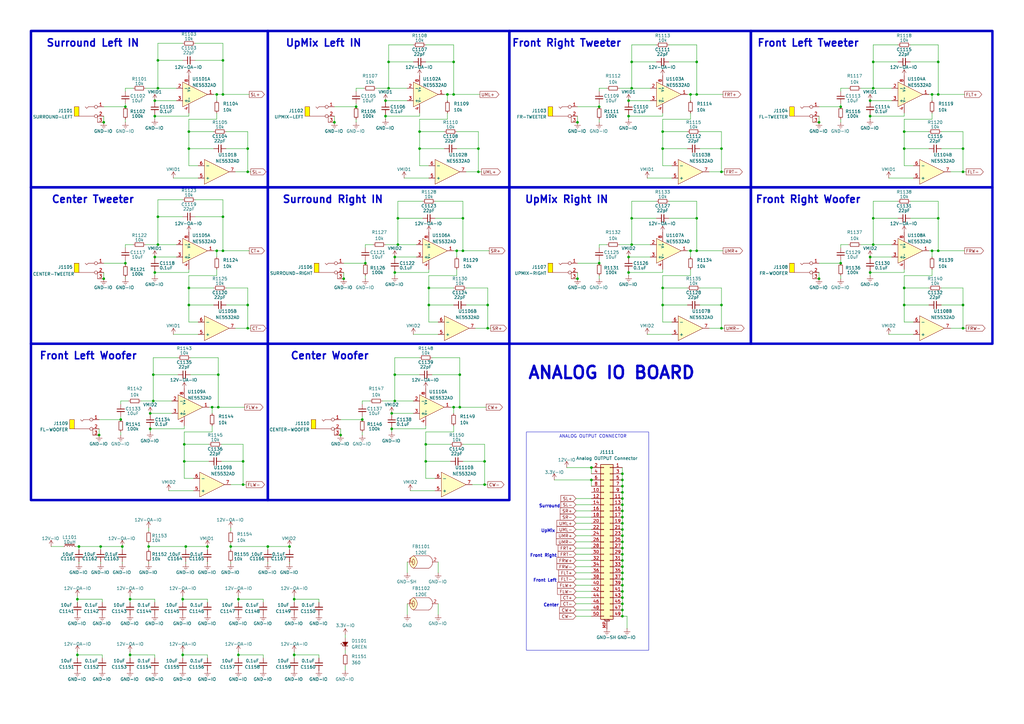
<source format=kicad_sch>
(kicad_sch (version 20250114) (generator "eeschema") (generator_version "9.0")
  (paper "A3")
  (title_block (title "Amplificateur Audio (Base Saine)") (date "2025-05-19") (rev "1.0") (company "NDG"))
  (rectangle (start 208.915 76.835) (end 307.975 140.97) (stroke (width 1)))
  (rectangle (start 109.855 140.97) (end 208.915 205.105) (stroke (width 1)))
  (rectangle (start 109.855 12.7) (end 208.915 76.835) (stroke (width 1)))
  (rectangle (start 215.9 177.165) (end 266.065 266.7))
  (rectangle (start 307.975 12.7) (end 407.035 76.835) (stroke (width 1)))
  (rectangle (start 208.915 12.7) (end 307.975 76.835) (stroke (width 1)))
  (rectangle (start 12.7 140.97) (end 109.855 205.105) (stroke (width 1)))
  (rectangle (start 307.975 76.835) (end 407.035 140.97) (stroke (width 1)))
  (rectangle (start 109.855 76.835) (end 208.915 140.97) (stroke (width 1)))
  (rectangle (start 12.7 76.835) (end 109.855 140.97) (stroke (width 1)))
  (rectangle (start 12.7 12.7) (end 109.855 76.835) (stroke (width 1)))
  (text "Front Left Woofer\n" (at 36.195 146.05 0) (effects (font (size 3 3) (thickness 0.6) (bold yes))))
  (text "ANALOG IO BOARD\n" (at 250.825 153.035 0) (effects (font (size 5 5) (thickness 1) (bold yes))))
  (text "Surround\n" (at 225.425 207.645 0) (effects (font (size 1.27 1.27) (thickness 0.254) (bold yes))))
  (text "Front Left Tweeter\n" (at 331.47 17.78 0) (effects (font (size 3 3) (thickness 0.6) (bold yes))))
  (text "Front Right Woofer\n" (at 331.47 81.915 0) (effects (font (size 3 3) (thickness 0.6) (bold yes))))
  (text "Surround Right IN\n" (at 136.525 81.915 0) (effects (font (size 3 3) (thickness 0.6) (bold yes))))
  (text "Front Right Tweeter\n" (at 232.41 17.78 0) (effects (font (size 3 3) (thickness 0.6) (bold yes))))
  (text "Front Left" (at 223.52 238.125 0) (effects (font (size 1.27 1.27) (thickness 0.254) (bold yes))))
  (text "UpMix\n" (at 224.79 217.805 0) (effects (font (size 1.27 1.27) (thickness 0.254) (bold yes))))
  (text "Center" (at 226.06 248.285 0) (effects (font (size 1.27 1.27) (thickness 0.254) (bold yes))))
  (text "Surround Left IN" (at 38.1 17.78 0) (effects (font (size 3 3) (thickness 0.6) (bold yes))))
  (text "UpMix Left IN\n" (at 132.715 17.78 0) (effects (font (size 3 3) (thickness 0.6) (bold yes))))
  (text "Center Tweeter\n" (at 38.1 81.915 0) (effects (font (size 3 3) (thickness 0.6) (bold yes))))
  (text "UpMix Right IN\n" (at 232.41 81.915 0) (effects (font (size 3 3) (thickness 0.6) (bold yes))))
  (text "Center Woofer\n" (at 135.255 146.05 0) (effects (font (size 3 3) (thickness 0.6) (bold yes))))
  (text "Front Right" (at 222.885 227.965 0) (effects (font (size 1.27 1.27) (thickness 0.254) (bold yes))))
  (text "ANALOG OUTPUT CONNECTOR\n" (at 243.205 179.07 0) (effects (font (size 1.27 1.27))))
  (junction (at 255.27 204.47))
  (junction (at 196.215 70.485))
  (junction (at 172.085 53.975))
  (junction (at 245.745 43.815))
  (junction (at 74.93 245.745))
  (junction (at 259.08 25.4))
  (junction (at 51.435 43.815))
  (junction (at 76.2 224.155))
  (junction (at 186.055 167.005))
  (junction (at 101.6 70.485))
  (junction (at 358.14 89.535))
  (junction (at 101.6 134.62))
  (junction (at 101.6 60.96))
  (junction (at 255.27 232.41))
  (junction (at 77.47 53.975))
  (junction (at 97.79 268.605))
  (junction (at 283.21 102.87))
  (junction (at 255.27 229.87))
  (junction (at 344.805 43.815))
  (junction (at 255.27 219.71))
  (junction (at 61.595 175.895))
  (junction (at 174.625 189.23))
  (junction (at 99.695 189.23))
  (junction (at 160.655 169.545))
  (junction (at 77.47 118.11))
  (junction (at 196.215 60.96))
  (junction (at 148.59 172.085))
  (junction (at 255.27 201.93))
  (junction (at 99.695 198.755))
  (junction (at 85.09 224.155))
  (junction (at 161.925 105.41))
  (junction (at 75.565 182.245))
  (junction (at 32.385 224.155))
  (junction (at 175.895 118.11))
  (junction (at 394.97 70.485))
  (junction (at 64.77 36.195))
  (junction (at 91.44 24.765))
  (junction (at 255.27 196.85))
  (junction (at 64.77 88.9))
  (junction (at 255.27 217.17))
  (junction (at 89.535 153.67))
  (junction (at 188.595 167.005))
  (junction (at 86.995 167.005))
  (junction (at 285.75 89.535))
  (junction (at 163.195 89.535))
  (junction (at 382.27 102.87))
  (junction (at 42.545 114.3))
  (junction (at 255.27 224.79))
  (junction (at 120.65 268.605))
  (junction (at 161.925 111.76))
  (junction (at 118.745 224.155))
  (junction (at 259.08 36.195))
  (junction (at 259.08 89.535))
  (junction (at 242.57 196.85))
  (junction (at 356.87 41.275))
  (junction (at 358.14 36.195))
  (junction (at 137.16 50.165))
  (junction (at 255.27 227.33))
  (junction (at 187.325 102.87))
  (junction (at 146.05 43.815))
  (junction (at 295.91 125.095))
  (junction (at 259.08 100.33))
  (junction (at 394.97 60.96))
  (junction (at 384.81 38.735))
  (junction (at 255.27 237.49))
  (junction (at 295.91 60.96))
  (junction (at 257.81 41.275))
  (junction (at 172.085 60.96))
  (junction (at 91.44 102.87))
  (junction (at 358.14 100.33))
  (junction (at 140.97 114.3))
  (junction (at 189.865 89.535))
  (junction (at 200.025 125.095))
  (junction (at 335.915 50.165))
  (junction (at 174.625 182.245))
  (junction (at 295.91 70.485))
  (junction (at 91.44 38.735))
  (junction (at 188.595 153.67))
  (junction (at 358.14 25.4))
  (junction (at 255.27 194.31))
  (junction (at 160.655 175.895))
  (junction (at 158.115 41.275))
  (junction (at 64.77 24.765))
  (junction (at 255.27 207.01))
  (junction (at 53.34 268.605))
  (junction (at 186.055 25.4))
  (junction (at 159.385 36.195))
  (junction (at 295.91 134.62))
  (junction (at 149.86 107.95))
  (junction (at 394.97 134.62))
  (junction (at 255.27 245.11))
  (junction (at 271.78 118.11))
  (junction (at 120.65 245.745))
  (junction (at 255.27 234.95))
  (junction (at 382.27 38.735))
  (junction (at 255.27 212.09))
  (junction (at 257.81 105.41))
  (junction (at 255.27 214.63))
  (junction (at 60.96 224.155))
  (junction (at 370.84 125.095))
  (junction (at 31.75 268.605))
  (junction (at 370.84 60.96))
  (junction (at 97.79 245.745))
  (junction (at 285.75 102.87))
  (junction (at 40.64 178.435))
  (junction (at 49.53 172.085))
  (junction (at 50.165 224.155))
  (junction (at 283.21 38.735))
  (junction (at 255.27 199.39))
  (junction (at 198.755 189.23))
  (junction (at 94.615 224.155))
  (junction (at 63.5 111.76))
  (junction (at 198.755 198.755))
  (junction (at 161.925 153.67))
  (junction (at 159.385 25.4))
  (junction (at 63.5 47.625))
  (junction (at 271.78 53.975))
  (junction (at 255.27 247.65))
  (junction (at 161.925 164.465))
  (junction (at 255.27 240.03))
  (junction (at 255.27 250.19))
  (junction (at 236.855 50.165))
  (junction (at 62.865 153.67))
  (junction (at 285.75 25.4))
  (junction (at 245.745 107.95))
  (junction (at 63.5 105.41))
  (junction (at 356.87 47.625))
  (junction (at 255.27 252.73))
  (junction (at 101.6 125.095))
  (junction (at 53.34 245.745))
  (junction (at 255.27 242.57))
  (junction (at 370.84 53.975))
  (junction (at 77.47 60.96))
  (junction (at 384.81 25.4))
  (junction (at 255.27 209.55))
  (junction (at 158.115 47.625))
  (junction (at 394.97 125.095))
  (junction (at 42.545 50.165))
  (junction (at 91.44 88.9))
  (junction (at 74.93 268.605))
  (junction (at 285.75 38.735))
  (junction (at 61.595 169.545))
  (junction (at 88.9 102.87))
  (junction (at 139.7 178.435))
  (junction (at 356.87 111.76))
  (junction (at 51.435 107.95))
  (junction (at 257.81 47.625))
  (junction (at 257.81 111.76))
  (junction (at 242.57 191.77))
  (junction (at 200.025 134.62))
  (junction (at 236.855 114.3))
  (junction (at 175.895 125.095))
  (junction (at 344.805 107.95))
  (junction (at 271.78 60.96))
  (junction (at 183.515 38.735))
  (junction (at 88.9 38.735))
  (junction (at 356.87 105.41))
  (junction (at 109.855 224.155))
  (junction (at 384.81 89.535))
  (junction (at 255.27 222.25))
  (junction (at 62.865 164.465))
  (junction (at 75.565 189.23))
  (junction (at 271.78 125.095))
  (junction (at 31.75 245.745))
  (junction (at 189.865 102.87))
  (junction (at 77.47 125.095))
  (junction (at 335.915 114.3))
  (junction (at 89.535 167.005))
  (junction (at 186.055 38.735))
  (junction (at 163.195 100.33))
  (junction (at 63.5 41.275))
  (junction (at 41.275 224.155))
  (junction (at 64.77 100.33))
  (junction (at 384.81 102.87))
  (junction (at 370.84 118.11))
  (wire (pts (xy 94.615 216.535) (xy 94.615 217.805)))
  (wire (pts (xy 161.925 111.76) (xy 161.925 113.03)))
  (wire (pts (xy 257.175 252.73) (xy 255.27 252.73)))
  (wire (pts (xy 61.595 175.895) (xy 61.595 177.165)))
  (wire (pts (xy 91.44 38.735) (xy 102.235 38.735)))
  (wire (pts (xy 370.84 53.975) (xy 370.84 60.96)))
  (wire (pts (xy 200.025 118.11) (xy 200.025 125.095)))
  (wire (pts (xy 174.625 18.415) (xy 186.055 18.415)))
  (wire (pts (xy 120.65 245.745) (xy 130.81 245.745)))
  (wire (pts (xy 78.105 153.67) (xy 89.535 153.67)))
  (wire (pts (xy 290.83 134.62) (xy 295.91 134.62)))
  (wire (pts (xy 358.14 100.33) (xy 365.76 100.33)))
  (wire (pts (xy 88.9 102.87) (xy 88.9 105.41)))
  (wire (pts (xy 167.005 252.095) (xy 167.005 247.65)))
  (wire (pts (xy 295.91 70.485) (xy 297.18 70.485)))
  (wire (pts (xy 172.085 67.945) (xy 172.085 60.96)))
  (wire (pts (xy 370.84 132.08) (xy 370.84 125.095)))
  (wire (pts (xy 175.895 111.76) (xy 161.925 111.76)))
  (wire (pts (xy 186.055 118.11) (xy 175.895 118.11)))
  (wire (pts (xy 189.865 82.55) (xy 189.865 89.535)))
  (wire (pts (xy 53.34 268.605) (xy 63.5 268.605)))
  (wire (pts (xy 255.27 227.33) (xy 255.27 229.87)))
  (wire (pts (xy 290.83 70.485) (xy 295.91 70.485)))
  (wire (pts (xy 335.915 47.625) (xy 335.915 50.165)))
  (wire (pts (xy 188.595 153.67) (xy 188.595 167.005)))
  (wire (pts (xy 74.93 17.78) (xy 64.77 17.78)))
  (wire (pts (xy 394.97 134.62) (xy 396.24 134.62)))
  (wire (pts (xy 188.595 167.005) (xy 199.39 167.005)))
  (wire (pts (xy 87.63 60.96) (xy 77.47 60.96)))
  (wire (pts (xy 120.65 268.605) (xy 120.65 269.875)))
  (wire (pts (xy 295.91 134.62) (xy 295.91 125.095)))
  (wire (pts (xy 174.625 174.625) (xy 174.625 175.895)))
  (wire (pts (xy 64.77 81.915) (xy 64.77 88.9)))
  (wire (pts (xy 81.28 132.08) (xy 77.47 132.08)))
  (wire (pts (xy 161.925 164.465) (xy 169.545 164.465)))
  (wire (pts (xy 394.97 118.11) (xy 394.97 125.095)))
  (wire (pts (xy 74.93 268.605) (xy 74.93 269.875)))
  (wire (pts (xy 61.595 169.545) (xy 70.485 169.545)))
  (wire (pts (xy 236.22 229.87) (xy 242.57 229.87)))
  (wire (pts (xy 91.44 24.765) (xy 91.44 38.735)))
  (wire (pts (xy 191.135 118.11) (xy 200.025 118.11)))
  (wire (pts (xy 160.655 169.545) (xy 169.545 169.545)))
  (wire (pts (xy 77.47 53.975) (xy 77.47 60.96)))
  (wire (pts (xy 175.895 110.49) (xy 175.895 111.76)))
  (wire (pts (xy 271.78 113.03) (xy 271.78 118.11)))
  (wire (pts (xy 163.195 100.33) (xy 170.815 100.33)))
  (wire (pts (xy 198.755 198.755) (xy 198.755 189.23)))
  (wire (pts (xy 285.75 38.735) (xy 283.21 38.735)))
  (wire (pts (xy 370.84 113.03) (xy 370.84 118.11)))
  (wire (pts (xy 107.95 247.015) (xy 107.95 245.745)))
  (wire (pts (xy 255.27 222.25) (xy 255.27 224.79)))
  (wire (pts (xy 257.81 41.275) (xy 266.7 41.275)))
  (wire (pts (xy 87.63 38.735) (xy 88.9 38.735)))
  (wire (pts (xy 386.08 118.11) (xy 394.97 118.11)))
  (wire (pts (xy 89.535 167.005) (xy 86.995 167.005)))
  (wire (pts (xy 271.78 110.49) (xy 271.78 111.76)))
  (wire (pts (xy 186.055 167.005) (xy 186.055 169.545)))
  (wire (pts (xy 146.05 42.545) (xy 146.05 43.815)))
  (wire (pts (xy 370.84 48.895) (xy 382.27 48.895)))
  (wire (pts (xy 242.57 196.85) (xy 242.57 199.39)))
  (wire (pts (xy 255.27 250.19) (xy 255.27 252.73)))
  (wire (pts (xy 255.27 245.11) (xy 255.27 247.65)))
  (wire (pts (xy 274.32 89.535) (xy 285.75 89.535)))
  (wire (pts (xy 255.27 237.49) (xy 255.27 240.03)))
  (wire (pts (xy 259.08 36.195) (xy 266.7 36.195)))
  (wire (pts (xy 101.6 118.11) (xy 101.6 125.095)))
  (wire (pts (xy 85.09 269.875) (xy 85.09 268.605)))
  (wire (pts (xy 60.96 224.155) (xy 60.96 225.425)))
  (wire (pts (xy 295.91 53.975) (xy 295.91 60.96)))
  (wire (pts (xy 259.08 25.4) (xy 259.08 36.195)))
  (wire (pts (xy 255.27 242.57) (xy 255.27 245.11)))
  (wire (pts (xy 41.275 224.155) (xy 41.275 225.425)))
  (wire (pts (xy 257.81 111.125) (xy 257.81 111.76)))
  (wire (pts (xy 255.27 204.47) (xy 255.27 207.01)))
  (wire (pts (xy 184.785 182.245) (xy 174.625 182.245)))
  (wire (pts (xy 382.27 113.03) (xy 382.27 110.49)))
  (wire (pts (xy 283.21 48.895) (xy 283.21 46.355)))
  (wire (pts (xy 236.22 242.57) (xy 242.57 242.57)))
  (wire (pts (xy 381 60.96) (xy 370.84 60.96)))
  (wire (pts (xy 79.375 196.215) (xy 75.565 196.215)))
  (wire (pts (xy 94.615 198.755) (xy 99.695 198.755)))
  (wire (pts (xy 31.75 268.605) (xy 41.91 268.605)))
  (wire (pts (xy 381 102.87) (xy 382.27 102.87)))
  (wire (pts (xy 255.27 201.93) (xy 255.27 204.47)))
  (wire (pts (xy 370.84 118.11) (xy 370.84 125.095)))
  (wire (pts (xy 236.855 111.76) (xy 236.855 114.3)))
  (wire (pts (xy 186.055 125.095) (xy 175.895 125.095)))
  (wire (pts (xy 94.615 231.14) (xy 94.615 230.505)))
  (wire (pts (xy 118.745 225.425) (xy 118.745 224.155)))
  (wire (pts (xy 356.87 47.625) (xy 356.87 48.895)))
  (wire (pts (xy 149.225 36.195) (xy 146.05 36.195)))
  (wire (pts (xy 281.94 60.96) (xy 271.78 60.96)))
  (wire (pts (xy 41.275 231.14) (xy 41.275 230.505)))
  (wire (pts (xy 31.75 267.335) (xy 31.75 268.605)))
  (wire (pts (xy 245.745 106.68) (xy 245.745 107.95)))
  (wire (pts (xy 139.7 172.085) (xy 148.59 172.085)))
  (wire (pts (xy 257.81 111.76) (xy 257.81 113.03)))
  (wire (pts (xy 74.93 245.745) (xy 85.09 245.745)))
  (wire (pts (xy 148.59 178.435) (xy 148.59 177.165)))
  (wire (pts (xy 160.655 175.895) (xy 160.655 177.165)))
  (wire (pts (xy 91.44 38.735) (xy 88.9 38.735)))
  (wire (pts (xy 287.02 60.96) (xy 295.91 60.96)))
  (wire (pts (xy 255.27 217.17) (xy 255.27 219.71)))
  (wire (pts (xy 384.81 102.87) (xy 382.27 102.87)))
  (wire (pts (xy 75.565 175.895) (xy 61.595 175.895)))
  (wire (pts (xy 91.44 81.915) (xy 91.44 88.9)))
  (wire (pts (xy 174.625 25.4) (xy 186.055 25.4)))
  (wire (pts (xy 236.855 47.625) (xy 236.855 50.165)))
  (wire (pts (xy 384.81 89.535) (xy 384.81 102.87)))
  (wire (pts (xy 63.5 41.275) (xy 72.39 41.275)))
  (wire (pts (xy 139.7 175.895) (xy 139.7 178.435)))
  (wire (pts (xy 283.21 38.735) (xy 283.21 41.275)))
  (wire (pts (xy 64.77 24.765) (xy 64.77 36.195)))
  (wire (pts (xy 120.65 244.475) (xy 120.65 245.745)))
  (wire (pts (xy 178.435 201.295) (xy 168.275 201.295)))
  (wire (pts (xy 87.63 125.095) (xy 77.47 125.095)))
  (wire (pts (xy 149.86 114.3) (xy 149.86 113.03)))
  (wire (pts (xy 236.22 237.49) (xy 242.57 237.49)))
  (wire (pts (xy 236.22 240.03) (xy 242.57 240.03)))
  (wire (pts (xy 271.78 47.625) (xy 257.81 47.625)))
  (wire (pts (xy 175.895 132.08) (xy 175.895 125.095)))
  (wire (pts (xy 92.71 53.975) (xy 101.6 53.975)))
  (wire (pts (xy 90.805 189.23) (xy 99.695 189.23)))
  (wire (pts (xy 353.06 100.33) (xy 358.14 100.33)))
  (wire (pts (xy 178.435 196.215) (xy 174.625 196.215)))
  (wire (pts (xy 88.9 38.735) (xy 88.9 41.275)))
  (wire (pts (xy 245.745 36.195) (xy 245.745 37.465)))
  (wire (pts (xy 281.94 125.095) (xy 271.78 125.095)))
  (wire (pts (xy 178.435 89.535) (xy 189.865 89.535)))
  (wire (pts (xy 85.725 167.005) (xy 86.995 167.005)))
  (wire (pts (xy 94.615 224.155) (xy 109.855 224.155)))
  (wire (pts (xy 358.14 36.195) (xy 365.76 36.195)))
  (wire (pts (xy 149.86 100.33) (xy 149.86 101.6)))
  (wire (pts (xy 236.22 214.63) (xy 242.57 214.63)))
  (wire (pts (xy 40.64 172.085) (xy 49.53 172.085)))
  (wire (pts (xy 169.545 18.415) (xy 159.385 18.415)))
  (wire (pts (xy 109.855 231.14) (xy 109.855 230.505)))
  (wire (pts (xy 75.565 182.245) (xy 75.565 189.23)))
  (wire (pts (xy 236.22 245.11) (xy 242.57 245.11)))
  (wire (pts (xy 344.805 36.195) (xy 344.805 37.465)))
  (wire (pts (xy 156.845 164.465) (xy 161.925 164.465)))
  (wire (pts (xy 236.22 217.17) (xy 242.57 217.17)))
  (wire (pts (xy 78.105 146.685) (xy 89.535 146.685)))
  (wire (pts (xy 370.84 67.945) (xy 370.84 60.96)))
  (wire (pts (xy 295.91 118.11) (xy 295.91 125.095)))
  (wire (pts (xy 63.5 111.76) (xy 63.5 113.03)))
  (wire (pts (xy 60.96 231.14) (xy 60.96 230.505)))
  (wire (pts (xy 96.52 134.62) (xy 101.6 134.62)))
  (wire (pts (xy 236.22 219.71) (xy 242.57 219.71)))
  (wire (pts (xy 59.69 100.33) (xy 64.77 100.33)))
  (wire (pts (xy 174.625 177.165) (xy 186.055 177.165)))
  (wire (pts (xy 31.75 245.745) (xy 31.75 247.015)))
  (wire (pts (xy 370.84 110.49) (xy 370.84 111.76)))
  (wire (pts (xy 285.75 89.535) (xy 285.75 102.87)))
  (wire (pts (xy 245.745 114.3) (xy 245.745 113.03)))
  (wire (pts (xy 335.915 107.95) (xy 344.805 107.95)))
  (wire (pts (xy 32.385 225.425) (xy 32.385 224.155)))
  (wire (pts (xy 63.5 47.625) (xy 63.5 48.895)))
  (wire (pts (xy 91.44 102.87) (xy 102.235 102.87)))
  (wire (pts (xy 356.87 41.91) (xy 356.87 41.275)))
  (wire (pts (xy 186.055 38.735) (xy 183.515 38.735)))
  (wire (pts (xy 51.435 36.195) (xy 51.435 37.465)))
  (wire (pts (xy 179.705 252.095) (xy 179.705 247.65)))
  (wire (pts (xy 42.545 107.95) (xy 51.435 107.95)))
  (wire (pts (xy 254 36.195) (xy 259.08 36.195)))
  (wire (pts (xy 173.355 89.535) (xy 163.195 89.535)))
  (wire (pts (xy 394.97 70.485) (xy 396.24 70.485)))
  (wire (pts (xy 259.08 100.33) (xy 266.7 100.33)))
  (wire (pts (xy 275.59 73.025) (xy 265.43 73.025)))
  (wire (pts (xy 161.925 105.41) (xy 170.815 105.41)))
  (wire (pts (xy 85.09 247.015) (xy 85.09 245.745)))
  (wire (pts (xy 81.28 73.025) (xy 71.12 73.025)))
  (wire (pts (xy 287.02 125.095) (xy 295.91 125.095)))
  (wire (pts (xy 161.925 146.685) (xy 161.925 153.67)))
  (wire (pts (xy 255.27 234.95) (xy 255.27 237.49)))
  (wire (pts (xy 281.94 53.975) (xy 271.78 53.975)))
  (wire (pts (xy 259.08 82.55) (xy 259.08 89.535)))
  (wire (pts (xy 370.84 113.03) (xy 382.27 113.03)))
  (wire (pts (xy 130.81 247.015) (xy 130.81 245.745)))
  (wire (pts (xy 287.02 118.11) (xy 295.91 118.11)))
  (wire (pts (xy 31.75 244.475) (xy 31.75 245.745)))
  (wire (pts (xy 77.47 46.355) (xy 77.47 47.625)))
  (wire (pts (xy 64.77 88.9) (xy 64.77 100.33)))
  (wire (pts (xy 101.6 134.62) (xy 102.87 134.62)))
  (wire (pts (xy 77.47 48.895) (xy 77.47 53.975)))
  (wire (pts (xy 255.27 240.03) (xy 255.27 242.57)))
  (wire (pts (xy 285.75 102.87) (xy 296.545 102.87)))
  (wire (pts (xy 196.215 53.975) (xy 196.215 60.96)))
  (wire (pts (xy 49.53 178.435) (xy 49.53 177.165)))
  (wire (pts (xy 374.65 73.025) (xy 364.49 73.025)))
  (wire (pts (xy 169.545 25.4) (xy 159.385 25.4)))
  (wire (pts (xy 182.245 38.735) (xy 183.515 38.735)))
  (wire (pts (xy 99.695 182.245) (xy 99.695 189.23)))
  (wire (pts (xy 384.81 82.55) (xy 384.81 89.535)))
  (wire (pts (xy 196.215 70.485) (xy 196.215 60.96)))
  (wire (pts (xy 118.745 231.14) (xy 118.745 230.505)))
  (wire (pts (xy 285.75 18.415) (xy 285.75 25.4)))
  (wire (pts (xy 198.755 182.245) (xy 198.755 189.23)))
  (wire (pts (xy 287.02 53.975) (xy 295.91 53.975)))
  (wire (pts (xy 159.385 36.195) (xy 167.005 36.195)))
  (wire (pts (xy 189.865 189.23) (xy 198.755 189.23)))
  (wire (pts (xy 62.865 153.67) (xy 62.865 164.465)))
  (wire (pts (xy 236.22 212.09) (xy 242.57 212.09)))
  (wire (pts (xy 255.27 194.31) (xy 255.27 196.85)))
  (wire (pts (xy 80.01 88.9) (xy 91.44 88.9)))
  (wire (pts (xy 394.97 70.485) (xy 394.97 60.96)))
  (wire (pts (xy 161.925 153.67) (xy 161.925 164.465)))
  (wire (pts (xy 146.05 36.195) (xy 146.05 37.465)))
  (wire (pts (xy 236.22 234.95) (xy 242.57 234.95)))
  (wire (pts (xy 269.24 89.535) (xy 259.08 89.535)))
  (wire (pts (xy 97.79 268.605) (xy 107.95 268.605)))
  (wire (pts (xy 74.93 244.475) (xy 74.93 245.745)))
  (wire (pts (xy 99.695 198.755) (xy 99.695 189.23)))
  (wire (pts (xy 344.805 50.165) (xy 344.805 48.895)))
  (wire (pts (xy 148.59 164.465) (xy 148.59 165.735)))
  (wire (pts (xy 51.435 106.68) (xy 51.435 107.95)))
  (wire (pts (xy 85.725 182.245) (xy 75.565 182.245)))
  (wire (pts (xy 153.035 100.33) (xy 149.86 100.33)))
  (wire (pts (xy 63.5 46.99) (xy 63.5 47.625)))
  (wire (pts (xy 77.47 113.03) (xy 77.47 118.11)))
  (wire (pts (xy 347.98 100.33) (xy 344.805 100.33)))
  (wire (pts (xy 373.38 82.55) (xy 384.81 82.55)))
  (wire (pts (xy 271.78 53.975) (xy 271.78 60.96)))
  (wire (pts (xy 63.5 111.125) (xy 63.5 111.76)))
  (wire (pts (xy 41.275 224.155) (xy 50.165 224.155)))
  (wire (pts (xy 120.65 268.605) (xy 130.81 268.605)))
  (wire (pts (xy 158.115 41.91) (xy 158.115 41.275)))
  (wire (pts (xy 77.47 132.08) (xy 77.47 125.095)))
  (wire (pts (xy 242.57 191.77) (xy 232.41 191.77)))
  (wire (pts (xy 200.025 134.62) (xy 200.025 125.095)))
  (wire (pts (xy 109.855 224.155) (xy 118.745 224.155)))
  (wire (pts (xy 255.27 199.39) (xy 255.27 201.93)))
  (wire (pts (xy 172.085 48.895) (xy 172.085 53.975)))
  (wire (pts (xy 76.2 231.14) (xy 76.2 230.505)))
  (wire (pts (xy 31.115 224.155) (xy 32.385 224.155)))
  (wire (pts (xy 161.925 106.045) (xy 161.925 105.41)))
  (wire (pts (xy 187.325 113.03) (xy 187.325 110.49)))
  (wire (pts (xy 255.27 214.63) (xy 255.27 217.17)))
  (wire (pts (xy 177.165 146.685) (xy 188.595 146.685)))
  (wire (pts (xy 91.44 88.9) (xy 91.44 102.87)))
  (wire (pts (xy 97.79 267.335) (xy 97.79 268.605)))
  (wire (pts (xy 163.195 82.55) (xy 163.195 89.535)))
  (wire (pts (xy 158.115 46.99) (xy 158.115 47.625)))
  (wire (pts (xy 77.47 118.11) (xy 77.47 125.095)))
  (wire (pts (xy 140.97 111.76) (xy 140.97 114.3)))
  (wire (pts (xy 285.75 82.55) (xy 285.75 89.535)))
  (wire (pts (xy 76.2 224.155) (xy 76.2 225.425)))
  (wire (pts (xy 75.565 174.625) (xy 75.565 175.895)))
  (wire (pts (xy 77.47 113.03) (xy 88.9 113.03)))
  (wire (pts (xy 120.65 245.745) (xy 120.65 247.015)))
  (wire (pts (xy 347.98 36.195) (xy 344.805 36.195)))
  (wire (pts (xy 269.24 18.415) (xy 259.08 18.415)))
  (wire (pts (xy 172.085 47.625) (xy 158.115 47.625)))
  (wire (pts (xy 74.93 81.915) (xy 64.77 81.915)))
  (wire (pts (xy 89.535 146.685) (xy 89.535 153.67)))
  (wire (pts (xy 248.92 36.195) (xy 245.745 36.195)))
  (wire (pts (xy 255.27 212.09) (xy 255.27 214.63)))
  (wire (pts (xy 148.59 170.815) (xy 148.59 172.085)))
  (wire (pts (xy 75.565 196.215) (xy 75.565 189.23)))
  (wire (pts (xy 283.21 102.87) (xy 283.21 105.41)))
  (wire (pts (xy 281.94 102.87) (xy 283.21 102.87)))
  (wire (pts (xy 137.16 47.625) (xy 137.16 50.165)))
  (wire (pts (xy 175.895 67.945) (xy 172.085 67.945)))
  (wire (pts (xy 255.27 209.55) (xy 255.27 212.09)))
  (wire (pts (xy 74.93 88.9) (xy 64.77 88.9)))
  (wire (pts (xy 109.855 224.155) (xy 109.855 225.425)))
  (wire (pts (xy 274.32 25.4) (xy 285.75 25.4)))
  (wire (pts (xy 96.52 70.485) (xy 101.6 70.485)))
  (wire (pts (xy 80.01 17.78) (xy 91.44 17.78)))
  (wire (pts (xy 259.08 89.535) (xy 259.08 100.33)))
  (wire (pts (xy 175.895 113.03) (xy 175.895 118.11)))
  (wire (pts (xy 64.77 17.78) (xy 64.77 24.765)))
  (wire (pts (xy 384.81 102.87) (xy 395.605 102.87)))
  (wire (pts (xy 368.3 89.535) (xy 358.14 89.535)))
  (wire (pts (xy 161.925 111.125) (xy 161.925 111.76)))
  (wire (pts (xy 186.055 38.735) (xy 196.85 38.735)))
  (wire (pts (xy 295.91 134.62) (xy 297.18 134.62)))
  (wire (pts (xy 384.81 25.4) (xy 384.81 38.735)))
  (wire (pts (xy 384.81 18.415) (xy 384.81 25.4)))
  (wire (pts (xy 275.59 132.08) (xy 271.78 132.08)))
  (wire (pts (xy 255.27 219.71) (xy 255.27 222.25)))
  (wire (pts (xy 186.055 25.4) (xy 186.055 38.735)))
  (wire (pts (xy 63.5 106.045) (xy 63.5 105.41)))
  (wire (pts (xy 191.135 125.095) (xy 200.025 125.095)))
  (wire (pts (xy 386.08 125.095) (xy 394.97 125.095)))
  (wire (pts (xy 151.765 164.465) (xy 148.59 164.465)))
  (wire (pts (xy 86.995 177.165) (xy 86.995 174.625)))
  (wire (pts (xy 63.5 269.875) (xy 63.5 268.605)))
  (wire (pts (xy 353.06 36.195) (xy 358.14 36.195)))
  (wire (pts (xy 358.14 18.415) (xy 358.14 25.4)))
  (wire (pts (xy 54.61 36.195) (xy 51.435 36.195)))
  (wire (pts (xy 373.38 25.4) (xy 384.81 25.4)))
  (wire (pts (xy 193.675 198.755) (xy 198.755 198.755)))
  (wire (pts (xy 281.94 38.735) (xy 283.21 38.735)))
  (wire (pts (xy 271.78 46.355) (xy 271.78 47.625)))
  (wire (pts (xy 386.08 60.96) (xy 394.97 60.96)))
  (wire (pts (xy 271.78 132.08) (xy 271.78 125.095)))
  (wire (pts (xy 257.175 252.73) (xy 257.175 257.81)))
  (wire (pts (xy 178.435 82.55) (xy 189.865 82.55)))
  (wire (pts (xy 41.91 269.875) (xy 41.91 268.605)))
  (wire (pts (xy 77.47 47.625) (xy 63.5 47.625)))
  (wire (pts (xy 186.055 177.165) (xy 186.055 174.625)))
  (wire (pts (xy 242.57 191.77) (xy 242.57 194.31)))
  (wire (pts (xy 50.165 225.425) (xy 50.165 224.155)))
  (wire (pts (xy 275.59 137.16) (xy 265.43 137.16)))
  (wire (pts (xy 76.2 224.155) (xy 85.09 224.155)))
  (wire (pts (xy 358.14 82.55) (xy 358.14 89.535)))
  (wire (pts (xy 335.915 111.76) (xy 335.915 114.3)))
  (wire (pts (xy 236.22 209.55) (xy 242.57 209.55)))
  (wire (pts (xy 32.385 224.155) (xy 41.275 224.155)))
  (wire (pts (xy 269.24 25.4) (xy 259.08 25.4)))
  (wire (pts (xy 91.44 17.78) (xy 91.44 24.765)))
  (wire (pts (xy 40.64 175.895) (xy 40.64 178.435)))
  (wire (pts (xy 183.515 48.895) (xy 183.515 46.355)))
  (wire (pts (xy 248.92 100.33) (xy 245.745 100.33)))
  (wire (pts (xy 196.215 70.485) (xy 197.485 70.485)))
  (wire (pts (xy 236.22 204.47) (xy 242.57 204.47)))
  (wire (pts (xy 174.625 182.245) (xy 174.625 189.23)))
  (wire (pts (xy 368.3 82.55) (xy 358.14 82.55)))
  (wire (pts (xy 285.75 38.735) (xy 296.545 38.735)))
  (wire (pts (xy 141.605 267.97) (xy 141.605 266.7)))
  (wire (pts (xy 236.22 252.73) (xy 242.57 252.73)))
  (wire (pts (xy 79.375 201.295) (xy 69.215 201.295)))
  (wire (pts (xy 86.995 167.005) (xy 86.995 169.545)))
  (wire (pts (xy 189.865 182.245) (xy 198.755 182.245)))
  (wire (pts (xy 177.165 153.67) (xy 188.595 153.67)))
  (wire (pts (xy 101.6 134.62) (xy 101.6 125.095)))
  (wire (pts (xy 42.545 47.625) (xy 42.545 50.165)))
  (wire (pts (xy 236.22 207.01) (xy 242.57 207.01)))
  (wire (pts (xy 51.435 42.545) (xy 51.435 43.815)))
  (wire (pts (xy 41.91 247.015) (xy 41.91 245.745)))
  (wire (pts (xy 175.895 118.11) (xy 175.895 125.095)))
  (wire (pts (xy 53.34 267.335) (xy 53.34 268.605)))
  (wire (pts (xy 255.27 224.79) (xy 255.27 227.33)))
  (wire (pts (xy 90.805 182.245) (xy 99.695 182.245)))
  (wire (pts (xy 381 125.095) (xy 370.84 125.095)))
  (wire (pts (xy 182.245 60.96) (xy 172.085 60.96)))
  (wire (pts (xy 159.385 25.4) (xy 159.385 36.195)))
  (wire (pts (xy 107.95 269.875) (xy 107.95 268.605)))
  (wire (pts (xy 236.22 222.25) (xy 242.57 222.25)))
  (wire (pts (xy 182.245 53.975) (xy 172.085 53.975)))
  (wire (pts (xy 386.08 53.975) (xy 394.97 53.975)))
  (wire (pts (xy 200.025 134.62) (xy 201.295 134.62)))
  (wire (pts (xy 254 100.33) (xy 259.08 100.33)))
  (wire (pts (xy 74.93 245.745) (xy 74.93 247.015)))
  (wire (pts (xy 285.75 25.4) (xy 285.75 38.735)))
  (wire (pts (xy 184.785 189.23) (xy 174.625 189.23)))
  (wire (pts (xy 42.545 43.815) (xy 51.435 43.815)))
  (wire (pts (xy 160.655 175.26) (xy 160.655 175.895)))
  (wire (pts (xy 356.87 106.045) (xy 356.87 105.41)))
  (wire (pts (xy 245.745 100.33) (xy 245.745 101.6)))
  (wire (pts (xy 73.025 153.67) (xy 62.865 153.67)))
  (wire (pts (xy 255.27 207.01) (xy 255.27 209.55)))
  (wire (pts (xy 271.78 48.895) (xy 283.21 48.895)))
  (wire (pts (xy 77.47 67.945) (xy 77.47 60.96)))
  (wire (pts (xy 373.38 89.535) (xy 384.81 89.535)))
  (wire (pts (xy 51.435 100.33) (xy 51.435 101.6)))
  (wire (pts (xy 97.79 245.745) (xy 97.79 247.015)))
  (wire (pts (xy 179.705 132.08) (xy 175.895 132.08)))
  (wire (pts (xy 271.78 67.945) (xy 271.78 60.96)))
  (wire (pts (xy 63.5 247.015) (xy 63.5 245.745)))
  (wire (pts (xy 53.34 245.745) (xy 63.5 245.745)))
  (wire (pts (xy 88.9 48.895) (xy 88.9 46.355)))
  (wire (pts (xy 85.725 189.23) (xy 75.565 189.23)))
  (wire (pts (xy 80.01 24.765) (xy 91.44 24.765)))
  (wire (pts (xy 59.69 36.195) (xy 64.77 36.195)))
  (wire (pts (xy 163.195 89.535) (xy 163.195 100.33)))
  (wire (pts (xy 91.44 102.87) (xy 88.9 102.87)))
  (wire (pts (xy 149.86 106.68) (xy 149.86 107.95)))
  (wire (pts (xy 257.81 105.41) (xy 266.7 105.41)))
  (wire (pts (xy 275.59 67.945) (xy 271.78 67.945)))
  (wire (pts (xy 51.435 108.585) (xy 51.435 107.95)))
  (wire (pts (xy 89.535 167.005) (xy 100.33 167.005)))
  (wire (pts (xy 236.22 224.79) (xy 242.57 224.79)))
  (wire (pts (xy 189.865 102.87) (xy 187.325 102.87)))
  (wire (pts (xy 140.97 107.95) (xy 149.86 107.95)))
  (wire (pts (xy 344.805 106.68) (xy 344.805 107.95)))
  (wire (pts (xy 60.96 222.885) (xy 60.96 224.155)))
  (wire (pts (xy 356.87 111.76) (xy 356.87 113.03)))
  (wire (pts (xy 92.71 125.095) (xy 101.6 125.095)))
  (wire (pts (xy 57.785 164.465) (xy 62.865 164.465)))
  (wire (pts (xy 94.615 222.885) (xy 94.615 224.155)))
  (wire (pts (xy 64.77 100.33) (xy 72.39 100.33)))
  (wire (pts (xy 344.805 42.545) (xy 344.805 43.815)))
  (wire (pts (xy 191.135 70.485) (xy 196.215 70.485)))
  (wire (pts (xy 175.895 73.025) (xy 165.735 73.025)))
  (wire (pts (xy 356.87 105.41) (xy 365.76 105.41)))
  (wire (pts (xy 382.27 102.87) (xy 382.27 105.41)))
  (wire (pts (xy 188.595 167.005) (xy 186.055 167.005)))
  (wire (pts (xy 172.085 153.67) (xy 161.925 153.67)))
  (wire (pts (xy 373.38 18.415) (xy 384.81 18.415)))
  (wire (pts (xy 245.745 42.545) (xy 245.745 43.815)))
  (wire (pts (xy 271.78 111.76) (xy 257.81 111.76)))
  (wire (pts (xy 382.27 38.735) (xy 382.27 41.275)))
  (wire (pts (xy 271.78 118.11) (xy 271.78 125.095)))
  (wire (pts (xy 101.6 53.975) (xy 101.6 60.96)))
  (wire (pts (xy 173.355 82.55) (xy 163.195 82.55)))
  (wire (pts (xy 130.81 269.875) (xy 130.81 268.605)))
  (wire (pts (xy 236.22 247.65) (xy 242.57 247.65)))
  (wire (pts (xy 394.97 53.975) (xy 394.97 60.96)))
  (wire (pts (xy 384.81 38.735) (xy 382.27 38.735)))
  (wire (pts (xy 281.94 118.11) (xy 271.78 118.11)))
  (wire (pts (xy 97.79 244.475) (xy 97.79 245.745)))
  (wire (pts (xy 137.16 43.815) (xy 146.05 43.815)))
  (wire (pts (xy 285.75 102.87) (xy 283.21 102.87)))
  (wire (pts (xy 92.71 118.11) (xy 101.6 118.11)))
  (wire (pts (xy 174.625 175.895) (xy 160.655 175.895)))
  (wire (pts (xy 187.325 102.87) (xy 187.325 105.41)))
  (wire (pts (xy 32.385 231.14) (xy 32.385 230.505)))
  (wire (pts (xy 172.085 53.975) (xy 172.085 60.96)))
  (wire (pts (xy 245.745 50.165) (xy 245.745 48.895)))
  (wire (pts (xy 77.47 48.895) (xy 88.9 48.895)))
  (wire (pts (xy 160.655 170.18) (xy 160.655 169.545)))
  (wire (pts (xy 257.81 106.045) (xy 257.81 105.41)))
  (wire (pts (xy 174.625 196.215) (xy 174.625 189.23)))
  (wire (pts (xy 158.115 47.625) (xy 158.115 48.895)))
  (wire (pts (xy 236.22 250.19) (xy 242.57 250.19)))
  (wire (pts (xy 384.81 38.735) (xy 395.605 38.735)))
  (wire (pts (xy 50.165 231.14) (xy 50.165 230.505)))
  (wire (pts (xy 198.755 198.755) (xy 200.025 198.755)))
  (wire (pts (xy 194.945 134.62) (xy 200.025 134.62)))
  (wire (pts (xy 370.84 46.355) (xy 370.84 47.625)))
  (wire (pts (xy 255.27 247.65) (xy 255.27 250.19)))
  (wire (pts (xy 389.89 70.485) (xy 394.97 70.485)))
  (wire (pts (xy 77.47 111.76) (xy 63.5 111.76)))
  (wire (pts (xy 92.71 60.96) (xy 101.6 60.96)))
  (wire (pts (xy 374.65 132.08) (xy 370.84 132.08)))
  (wire (pts (xy 31.75 268.605) (xy 31.75 269.875)))
  (wire (pts (xy 172.085 146.685) (xy 161.925 146.685)))
  (wire (pts (xy 356.87 41.275) (xy 365.76 41.275)))
  (wire (pts (xy 389.89 134.62) (xy 394.97 134.62)))
  (wire (pts (xy 283.21 113.03) (xy 283.21 110.49)))
  (wire (pts (xy 60.96 216.535) (xy 60.96 217.805)))
  (wire (pts (xy 158.115 100.33) (xy 163.195 100.33)))
  (wire (pts (xy 255.27 229.87) (xy 255.27 232.41)))
  (wire (pts (xy 52.705 164.465) (xy 49.53 164.465)))
  (wire (pts (xy 53.34 268.605) (xy 53.34 269.875)))
  (wire (pts (xy 368.3 25.4) (xy 358.14 25.4)))
  (wire (pts (xy 88.9 113.03) (xy 88.9 110.49)))
  (wire (pts (xy 62.865 146.685) (xy 62.865 153.67)))
  (wire (pts (xy 75.565 177.165) (xy 75.565 182.245)))
  (wire (pts (xy 381 53.975) (xy 370.84 53.975)))
  (wire (pts (xy 74.93 267.335) (xy 74.93 268.605)))
  (wire (pts (xy 344.805 100.33) (xy 344.805 101.6)))
  (wire (pts (xy 85.09 224.155) (xy 85.09 225.425)))
  (wire (pts (xy 242.57 196.85) (xy 227.33 196.85)))
  (wire (pts (xy 89.535 153.67) (xy 89.535 167.005)))
  (wire (pts (xy 87.63 102.87) (xy 88.9 102.87)))
  (wire (pts (xy 257.81 41.91) (xy 257.81 41.275)))
  (wire (pts (xy 382.27 48.895) (xy 382.27 46.355)))
  (wire (pts (xy 394.97 134.62) (xy 394.97 125.095)))
  (wire (pts (xy 141.605 274.955) (xy 141.605 273.05)))
  (wire (pts (xy 172.085 48.895) (xy 183.515 48.895)))
  (wire (pts (xy 42.545 111.76) (xy 42.545 114.3)))
  (wire (pts (xy 370.84 111.76) (xy 356.87 111.76)))
  (wire (pts (xy 335.915 43.815) (xy 344.805 43.815)))
  (wire (pts (xy 87.63 118.11) (xy 77.47 118.11)))
  (wire (pts (xy 49.53 170.815) (xy 49.53 172.085)))
  (wire (pts (xy 255.27 196.85) (xy 255.27 199.39)))
  (wire (pts (xy 154.305 36.195) (xy 159.385 36.195)))
  (wire (pts (xy 53.34 245.745) (xy 53.34 247.015)))
  (wire (pts (xy 74.93 268.605) (xy 85.09 268.605)))
  (wire (pts (xy 358.14 25.4) (xy 358.14 36.195)))
  (wire (pts (xy 344.805 114.3) (xy 344.805 113.03)))
  (wire (pts (xy 179.705 234.95) (xy 179.705 230.505)))
  (wire (pts (xy 73.025 146.685) (xy 62.865 146.685)))
  (wire (pts (xy 75.565 177.165) (xy 86.995 177.165)))
  (wire (pts (xy 370.84 48.895) (xy 370.84 53.975)))
  (wire (pts (xy 269.24 82.55) (xy 259.08 82.55)))
  (wire (pts (xy 101.6 70.485) (xy 101.6 60.96)))
  (wire (pts (xy 356.87 111.125) (xy 356.87 111.76)))
  (wire (pts (xy 51.435 50.165) (xy 51.435 48.895)))
  (wire (pts (xy 60.96 224.155) (xy 76.2 224.155)))
  (wire (pts (xy 87.63 53.975) (xy 77.47 53.975)))
  (wire (pts (xy 31.75 245.745) (xy 41.91 245.745)))
  (wire (pts (xy 374.65 67.945) (xy 370.84 67.945)))
  (wire (pts (xy 146.05 50.165) (xy 146.05 48.895)))
  (wire (pts (xy 174.625 177.165) (xy 174.625 182.245)))
  (wire (pts (xy 374.65 137.16) (xy 364.49 137.16)))
  (wire (pts (xy 167.005 234.95) (xy 167.005 230.505)))
  (wire (pts (xy 81.28 67.945) (xy 77.47 67.945)))
  (wire (pts (xy 189.865 102.87) (xy 200.66 102.87)))
  (wire (pts (xy 295.91 70.485) (xy 295.91 60.96)))
  (wire (pts (xy 99.695 198.755) (xy 100.965 198.755)))
  (wire (pts (xy 159.385 18.415) (xy 159.385 25.4)))
  (wire (pts (xy 63.5 105.41) (xy 72.39 105.41)))
  (wire (pts (xy 368.3 18.415) (xy 358.14 18.415)))
  (wire (pts (xy 51.435 114.3) (xy 51.435 113.665)))
  (wire (pts (xy 356.87 46.99) (xy 356.87 47.625)))
  (wire (pts (xy 179.705 137.16) (xy 169.545 137.16)))
  (wire (pts (xy 186.055 18.415) (xy 186.055 25.4)))
  (wire (pts (xy 61.595 170.18) (xy 61.595 169.545)))
  (wire (pts (xy 255.27 191.77) (xy 255.27 194.31)))
  (wire (pts (xy 97.79 245.745) (xy 107.95 245.745)))
  (wire (pts (xy 259.08 18.415) (xy 259.08 25.4)))
  (wire (pts (xy 188.595 146.685) (xy 188.595 153.67)))
  (wire (pts (xy 94.615 224.155) (xy 94.615 225.425)))
  (wire (pts (xy 54.61 100.33) (xy 51.435 100.33)))
  (wire (pts (xy 158.115 41.275) (xy 167.005 41.275)))
  (wire (pts (xy 81.28 137.16) (xy 71.12 137.16)))
  (wire (pts (xy 20.955 224.155) (xy 26.035 224.155)))
  (wire (pts (xy 186.055 102.87) (xy 187.325 102.87)))
  (wire (pts (xy 257.81 46.99) (xy 257.81 47.625)))
  (wire (pts (xy 236.855 43.815) (xy 245.745 43.815)))
  (wire (pts (xy 257.81 47.625) (xy 257.81 48.895)))
  (wire (pts (xy 97.79 268.605) (xy 97.79 269.875)))
  (wire (pts (xy 271.78 48.895) (xy 271.78 53.975)))
  (wire (pts (xy 274.32 18.415) (xy 285.75 18.415)))
  (wire (pts (xy 183.515 38.735) (xy 183.515 41.275)))
  (wire (pts (xy 61.595 175.26) (xy 61.595 175.895)))
  (wire (pts (xy 236.22 232.41) (xy 242.57 232.41)))
  (wire (pts (xy 236.855 107.95) (xy 245.745 107.95)))
  (wire (pts (xy 49.53 164.465) (xy 49.53 165.735)))
  (wire (pts (xy 141.605 260.35) (xy 141.605 261.62)))
  (wire (pts (xy 120.65 267.335) (xy 120.65 268.605)))
  (wire (pts (xy 271.78 113.03) (xy 283.21 113.03)))
  (wire (pts (xy 80.01 81.915) (xy 91.44 81.915)))
  (wire (pts (xy 175.895 113.03) (xy 187.325 113.03)))
  (wire (pts (xy 85.09 231.14) (xy 85.09 230.505)))
  (wire (pts (xy 184.785 167.005) (xy 186.055 167.005)))
  (wire (pts (xy 381 118.11) (xy 370.84 118.11)))
  (wire (pts (xy 63.5 41.91) (xy 63.5 41.275)))
  (wire (pts (xy 274.32 82.55) (xy 285.75 82.55)))
  (wire (pts (xy 236.22 227.33) (xy 242.57 227.33)))
  (wire (pts (xy 370.84 47.625) (xy 356.87 47.625)))
  (wire (pts (xy 64.77 36.195) (xy 72.39 36.195)))
  (wire (pts (xy 77.47 110.49) (xy 77.47 111.76)))
  (wire (pts (xy 187.325 60.96) (xy 196.215 60.96)))
  (wire (pts (xy 358.14 89.535) (xy 358.14 100.33)))
  (wire (pts (xy 189.865 89.535) (xy 189.865 102.87)))
  (wire (pts (xy 74.93 24.765) (xy 64.77 24.765)))
  (wire (pts (xy 53.34 244.475) (xy 53.34 245.745)))
  (wire (pts (xy 62.865 164.465) (xy 70.485 164.465)))
  (wire (pts (xy 101.6 70.485) (xy 102.87 70.485)))
  (wire (pts (xy 172.085 46.355) (xy 172.085 47.625)))
  (wire (pts (xy 381 38.735) (xy 382.27 38.735)))
  (wire (pts (xy 255.27 232.41) (xy 255.27 234.95)))
  (wire (pts (xy 187.325 53.975) (xy 196.215 53.975)))
  (global_label "SR+" (shape input) (at 236.22 209.55 180) (property "Intersheetrefs" "${INTERSHEET_REFS}" (effects (hide yes))))
  (global_label "UML+" (shape output) (at 196.85 38.735 0) (property "Intersheetrefs" "${INTERSHEET_REFS}" (effects (hide yes))))
  (global_label "CW-" (shape output) (at 200.025 198.755 0) (property "Intersheetrefs" "${INTERSHEET_REFS}" (effects (hide yes))))
  (global_label "UML-" (shape input) (at 236.22 217.17 180) (property "Intersheetrefs" "${INTERSHEET_REFS}" (effects (hide yes))))
  (global_label "UML+" (shape output) (at 197.485 70.485 0) (property "Intersheetrefs" "${INTERSHEET_REFS}" (effects (hide yes))))
  (global_label "FLW+" (shape input) (at 236.22 240.03 180) (property "Intersheetrefs" "${INTERSHEET_REFS}" (effects (hide yes))))
  (global_label "FRT+" (shape input) (at 236.22 224.79 180) (property "Intersheetrefs" "${INTERSHEET_REFS}" (effects (hide yes))))
  (global_label "FLW-" (shape input) (at 236.22 242.57 180) (property "Intersheetrefs" "${INTERSHEET_REFS}" (effects (hide yes))))
  (global_label "UMR-" (shape input) (at 236.22 222.25 180) (property "Intersheetrefs" "${INTERSHEET_REFS}" (effects (hide yes))))
  (global_label "SR+" (shape output) (at 201.295 134.62 0) (property "Intersheetrefs" "${INTERSHEET_REFS}" (effects (hide yes))))
  (global_label "FLT-" (shape input) (at 236.22 237.49 180) (property "Intersheetrefs" "${INTERSHEET_REFS}" (effects (hide yes))))
  (global_label "UMR+" (shape output) (at 296.545 102.87 0) (property "Intersheetrefs" "${INTERSHEET_REFS}" (effects (hide yes))))
  (global_label "CW-" (shape input) (at 236.22 252.73 180) (property "Intersheetrefs" "${INTERSHEET_REFS}" (effects (hide yes))))
  (global_label "UMR+" (shape input) (at 236.22 219.71 180) (property "Intersheetrefs" "${INTERSHEET_REFS}" (effects (hide yes))))
  (global_label "UML+" (shape input) (at 236.22 214.63 180) (property "Intersheetrefs" "${INTERSHEET_REFS}" (effects (hide yes))))
  (global_label "UMR-" (shape output) (at 297.18 134.62 0) (property "Intersheetrefs" "${INTERSHEET_REFS}" (effects (hide yes))))
  (global_label "FRW+" (shape output) (at 395.605 102.87 0) (property "Intersheetrefs" "${INTERSHEET_REFS}" (effects (hide yes))))
  (global_label "FLW+" (shape output) (at 100.33 167.005 0) (property "Intersheetrefs" "${INTERSHEET_REFS}" (effects (hide yes))))
  (global_label "CW+" (shape input) (at 236.22 250.19 180) (property "Intersheetrefs" "${INTERSHEET_REFS}" (effects (hide yes))))
  (global_label "SR-" (shape input) (at 236.22 212.09 180) (property "Intersheetrefs" "${INTERSHEET_REFS}" (effects (hide yes))))
  (global_label "SL-" (shape input) (at 236.22 207.01 180) (property "Intersheetrefs" "${INTERSHEET_REFS}" (effects (hide yes))))
  (global_label "CW+" (shape output) (at 199.39 167.005 0) (property "Intersheetrefs" "${INTERSHEET_REFS}" (effects (hide yes))))
  (global_label "FRT-" (shape output) (at 297.18 70.485 0) (property "Intersheetrefs" "${INTERSHEET_REFS}" (effects (hide yes))))
  (global_label "FRT+" (shape output) (at 296.545 38.735 0) (property "Intersheetrefs" "${INTERSHEET_REFS}" (effects (hide yes))))
  (global_label "CT-" (shape input) (at 236.22 247.65 180) (property "Intersheetrefs" "${INTERSHEET_REFS}" (effects (hide yes))))
  (global_label "FLW-" (shape output) (at 100.965 198.755 0) (property "Intersheetrefs" "${INTERSHEET_REFS}" (effects (hide yes))))
  (global_label "CT+" (shape output) (at 102.235 102.87 0) (property "Intersheetrefs" "${INTERSHEET_REFS}" (effects (hide yes))))
  (global_label "FLT+" (shape input) (at 236.22 234.95 180) (property "Intersheetrefs" "${INTERSHEET_REFS}" (effects (hide yes))))
  (global_label "FRW-" (shape output) (at 396.24 134.62 0) (property "Intersheetrefs" "${INTERSHEET_REFS}" (effects (hide yes))))
  (global_label "SL+" (shape output) (at 102.235 38.735 0) (property "Intersheetrefs" "${INTERSHEET_REFS}" (effects (hide yes))))
  (global_label "FLT-" (shape output) (at 396.24 70.485 0) (property "Intersheetrefs" "${INTERSHEET_REFS}" (effects (hide yes))))
  (global_label "FLT+" (shape output) (at 395.605 38.735 0) (property "Intersheetrefs" "${INTERSHEET_REFS}" (effects (hide yes))))
  (global_label "SL+" (shape input) (at 236.22 204.47 180) (property "Intersheetrefs" "${INTERSHEET_REFS}" (effects (hide yes))))
  (global_label "SR+" (shape output) (at 200.66 102.87 0) (property "Intersheetrefs" "${INTERSHEET_REFS}" (effects (hide yes))))
  (global_label "CT+" (shape input) (at 236.22 245.11 180) (property "Intersheetrefs" "${INTERSHEET_REFS}" (effects (hide yes))))
  (global_label "FRT-" (shape input) (at 236.22 227.33 180) (property "Intersheetrefs" "${INTERSHEET_REFS}" (effects (hide yes))))
  (global_label "FRW+" (shape input) (at 236.22 229.87 180) (property "Intersheetrefs" "${INTERSHEET_REFS}" (effects (hide yes))))
  (global_label "FRW-" (shape input) (at 236.22 232.41 180) (property "Intersheetrefs" "${INTERSHEET_REFS}" (effects (hide yes))))
  (global_label "CT-" (shape output) (at 102.87 134.62 0) (property "Intersheetrefs" "${INTERSHEET_REFS}" (effects (hide yes))))
  (global_label "SL-" (shape output) (at 102.87 70.485 0) (property "Intersheetrefs" "${INTERSHEET_REFS}" (effects (hide yes))))
  (symbol (lib_id "Device:R_Small") (at 271.78 18.415 90) (unit 1)
    (property "Reference" "R1113" (at 271.78 14.605 90))
    (property "Value" "10k" (at 271.78 16.51 90))
    (property "Description" "Resistor, small symbol" (effects (hide yes)))
  )
  (symbol (lib_id "power:Earth") (at 85.09 252.095 0) (unit 1)
    (property "Reference" "#PWR0867" (effects (hide yes)))
    (property "Value" "GND-IO" (at 84.8648 255.7254 0))
    (property "Description" "Power symbol creates a global label with name \"Earth\"" (effects (hide yes)))
  )
  (symbol (lib_id "power:+3V3") (at 20.955 224.155 0) (unit 1)
    (property "Reference" "#PWR01226" (effects (hide yes)))
    (property "Value" "12V-IO" (at 20.701 220.853 0))
    (property "Description" "Power symbol creates a global label with name \"+3V3\"" (effects (hide yes)))
  )
  (symbol (lib_id "Device:R_Small") (at 370.84 18.415 90) (unit 1)
    (property "Reference" "R1118" (at 370.84 14.605 90))
    (property "Value" "10k" (at 370.84 16.51 90))
    (property "Description" "Resistor, small symbol" (effects (hide yes)))
  )
  (symbol (lib_id "Libglobal:NE5532AD") (at 62.23 115.57 0) (unit 2)
    (property "Reference" "U1105" (at 93.345 127.635 0))
    (property "Value" "NE5532AD" (at 93.345 130.175 0))
  )
  (symbol (lib_id "Device:C_Small") (at 149.86 104.14 0) (unit 1)
    (property "Reference" "C1121" (at 151.765 103.505 0) (effects (justify left)))
    (property "Value" "10uF" (at 152.4 105.4162 0) (effects (justify left)))
    (property "Description" "Unpolarized capacitor, small symbol" (effects (hide yes)))
  )
  (symbol (lib_id "Device:R_Small") (at 90.17 118.11 90) (unit 1)
    (property "Reference" "R1125" (at 90.17 114.3 90))
    (property "Value" "10k" (at 90.17 116.205 90))
    (property "Description" "Resistor, small symbol" (effects (hide yes)))
  )
  (symbol (lib_id "Device:C_Small") (at 53.34 249.555 180) (unit 1)
    (property "Reference" "C1143" (at 48.895 250.698 0))
    (property "Value" "10uF" (at 48.895 248.158 0))
    (property "Description" "Unpolarized capacitor, small symbol" (effects (hide yes)))
  )
  (symbol (lib_id "Libglobal:NE5532AD") (at 355.6 51.435 0) (unit 2)
    (property "Reference" "U1104" (at 386.715 63.5 0))
    (property "Value" "NE5532AD" (at 386.715 66.04 0))
  )
  (symbol (lib_id "Device:C_Small") (at 257.81 108.585 0) (unit 1)
    (property "Reference" "C1126" (at 259.715 107.95 0) (effects (justify left)))
    (property "Value" "0.1uF" (at 259.715 109.855 0) (effects (justify left)))
    (property "Description" "Unpolarized capacitor, small symbol" (effects (hide yes)))
  )
  (symbol (lib_id "Device:C_Small") (at 344.805 40.005 0) (unit 1)
    (property "Reference" "C1113" (at 346.71 39.37 0) (effects (justify left)))
    (property "Value" "10uF" (at 347.345 41.2812 0) (effects (justify left)))
    (property "Description" "Unpolarized capacitor, small symbol" (effects (hide yes)))
  )
  (symbol (lib_id "power:Earth") (at 42.545 50.165 0) (unit 1)
    (property "Reference" "#PWR0818" (effects (hide yes)))
    (property "Value" "GND-IO" (at 42.3198 53.7954 0))
    (property "Description" "Power symbol creates a global label with name \"Earth\"" (effects (hide yes)))
  )
  (symbol (lib_id "Device:R_Small") (at 86.995 172.085 180) (unit 1)
    (property "Reference" "R1144" (at 89.535 170.8149 0) (effects (justify right)))
    (property "Value" "10k" (at 89.535 173.3549 0) (effects (justify right)))
    (property "Description" "Resistor, small symbol" (effects (hide yes)))
  )
  (symbol (lib_id "Device:R_Small") (at 94.615 220.345 180) (unit 1)
    (property "Reference" "R1154" (at 97.155 219.0749 0) (effects (justify right)))
    (property "Value" "10k" (at 97.155 221.6149 0) (effects (justify right)))
    (property "Description" "Resistor, small symbol" (effects (hide yes)))
  )
  (symbol (lib_id "power:Earth") (at 63.5 252.095 0) (unit 1)
    (property "Reference" "#PWR0869" (effects (hide yes)))
    (property "Value" "GND-IO" (at 63.2748 255.7254 0))
    (property "Description" "Power symbol creates a global label with name \"Earth\"" (effects (hide yes)))
  )
  (symbol (lib_id "power:+3V3") (at 118.745 224.155 0) (unit 1)
    (property "Reference" "#PWR01239" (effects (hide yes)))
    (property "Value" "VMID2" (at 118.491 220.853 0))
    (property "Description" "Power symbol creates a global label with name \"+3V3\"" (effects (hide yes)))
  )
  (symbol (lib_id "Device:C_Small") (at 63.5 249.555 180) (unit 1)
    (property "Reference" "C1144" (at 59.055 250.698 0))
    (property "Value" "0.1uF" (at 59.055 248.158 0))
    (property "Description" "Unpolarized capacitor, small symbol" (effects (hide yes)))
  )
  (symbol (lib_id "power:+12V") (at 158.115 41.275 0) (unit 1)
    (property "Reference" "#PWR01107" (effects (hide yes)))
    (property "Value" "VMID1" (at 158.115 37.719 0))
    (property "Description" "Power symbol creates a global label with name \"+12V\"" (effects (hide yes)))
  )
  (symbol (lib_id "Device:C_Small") (at 245.745 104.14 0) (unit 1)
    (property "Reference" "C1125" (at 247.65 103.505 0) (effects (justify left)))
    (property "Value" "10uF" (at 248.285 105.4162 0) (effects (justify left)))
    (property "Description" "Unpolarized capacitor, small symbol" (effects (hide yes)))
  )
  (symbol (lib_id "Device:R_Small") (at 188.595 118.11 90) (unit 1)
    (property "Reference" "R1130" (at 188.595 114.3 90))
    (property "Value" "10k" (at 188.595 116.205 90))
    (property "Description" "Resistor, small symbol" (effects (hide yes)))
  )
  (symbol (lib_id "Device:C_Small") (at 120.65 272.415 180) (unit 1)
    (property "Reference" "C1159" (at 116.205 273.558 0))
    (property "Value" "10uF" (at 116.205 271.018 0))
    (property "Description" "Unpolarized capacitor, small symbol" (effects (hide yes)))
  )
  (symbol (lib_id "power:Earth") (at 248.92 257.81 0) (unit 1)
    (property "Reference" "#PWR0884" (effects (hide yes)))
    (property "Value" "GND-SH" (at 248.6948 261.4404 0))
    (property "Description" "Power symbol creates a global label with name \"Earth\"" (effects (hide yes)))
  )
  (symbol (lib_id "power:+12V") (at 63.5 41.275 0) (unit 1)
    (property "Reference" "#PWR01106" (effects (hide yes)))
    (property "Value" "VMID1" (at 63.5 37.719 0))
    (property "Description" "Power symbol creates a global label with name \"+12V\"" (effects (hide yes)))
  )
  (symbol (lib_id "power:Earth") (at 257.81 113.03 0) (unit 1)
    (property "Reference" "#PWR0843" (effects (hide yes)))
    (property "Value" "GND-IO" (at 257.5848 116.6604 0))
    (property "Description" "Power symbol creates a global label with name \"Earth\"" (effects (hide yes)))
  )
  (symbol (lib_id "Device:R_Small") (at 60.96 227.965 180) (unit 1)
    (property "Reference" "R1152" (at 62.23 227.33 0) (effects (justify right)))
    (property "Value" "10k" (at 62.23 229.2349 0) (effects (justify right)))
    (property "Description" "Resistor, small symbol" (effects (hide yes)))
  )
  (symbol (lib_id "Libglobal:NE5532AD") (at 346.71 83.82 0) (unit 1)
    (property "Reference" "U1108" (at 375.92 96.52 0))
    (property "Value" "NE5532AD" (at 377.19 99.06 0))
  )
  (symbol (lib_id "power:Earth") (at 41.91 252.095 0) (unit 1)
    (property "Reference" "#PWR0871" (effects (hide yes)))
    (property "Value" "GND-IO" (at 41.6848 255.7254 0))
    (property "Description" "Power symbol creates a global label with name \"Earth\"" (effects (hide yes)))
  )
  (symbol (lib_id "power:+3V3") (at 120.65 267.335 0) (unit 1)
    (property "Reference" "#PWR01223" (effects (hide yes)))
    (property "Value" "12V-OA-IO" (at 120.65 264.16 0))
    (property "Description" "Power symbol creates a global label with name \"+3V3\"" (effects (hide yes)))
  )
  (symbol (lib_id "Device:R_Small") (at 350.52 100.33 90) (unit 1)
    (property "Reference" "R1137" (at 350.52 95.25 90))
    (property "Value" "10k" (at 350.52 97.79 90))
    (property "Description" "Resistor, small symbol" (effects (hide yes)))
  )
  (symbol (lib_id "power:Earth") (at 160.655 177.165 0) (unit 1)
    (property "Reference" "#PWR0852" (effects (hide yes)))
    (property "Value" "GND-IO" (at 160.4298 180.7954 0))
    (property "Description" "Power symbol creates a global label with name \"Earth\"" (effects (hide yes)))
  )
  (symbol (lib_id "power:Earth") (at 50.165 231.14 0) (unit 1)
    (property "Reference" "#PWR0855" (effects (hide yes)))
    (property "Value" "GND-IO" (at 49.9398 234.7704 0))
    (property "Description" "Power symbol creates a global label with name \"Earth\"" (effects (hide yes)))
  )
  (symbol (lib_id "power:+12V") (at 71.12 137.16 0) (unit 1)
    (property "Reference" "#PWR01116" (effects (hide yes)))
    (property "Value" "VMID1" (at 71.12 133.604 0))
    (property "Description" "Power symbol creates a global label with name \"+12V\"" (effects (hide yes)))
  )
  (symbol (lib_id "power:+3V3") (at 97.79 244.475 0) (unit 1)
    (property "Reference" "#PWR01205" (effects (hide yes)))
    (property "Value" "12V-OA-IO" (at 97.79 241.3 0))
    (property "Description" "Power symbol creates a global label with name \"+3V3\"" (effects (hide yes)))
  )
  (symbol (lib_id "power:Earth") (at 49.53 178.435 0) (unit 1)
    (property "Reference" "#PWR0848" (effects (hide yes)))
    (property "Value" "GND-IO" (at 49.3048 182.0654 0))
    (property "Description" "Power symbol creates a global label with name \"Earth\"" (effects (hide yes)))
  )
  (symbol (lib_id "power:Earth") (at 179.705 234.95 0) (unit 1)
    (property "Reference" "#PWR0886" (effects (hide yes)))
    (property "Value" "GND-IO" (at 179.4798 238.5804 0))
    (property "Description" "Power symbol creates a global label with name \"Earth\"" (effects (hide yes)))
  )
  (symbol (lib_id "Device:R_Small") (at 154.305 164.465 90) (unit 1)
    (property "Reference" "R1147" (at 154.305 159.385 90))
    (property "Value" "10k" (at 154.305 161.925 90))
    (property "Description" "Resistor, small symbol" (effects (hide yes)))
  )
  (symbol (lib_id "power:Earth") (at 42.545 114.3 0) (unit 1)
    (property "Reference" "#PWR0833" (effects (hide yes)))
    (property "Value" "GND-IO" (at 42.3198 117.9304 0))
    (property "Description" "Power symbol creates a global label with name \"Earth\"" (effects (hide yes)))
  )
  (symbol (lib_id "Device:C_Small") (at 97.79 272.415 180) (unit 1)
    (property "Reference" "C1157" (at 93.345 273.558 0))
    (property "Value" "10uF" (at 93.345 271.018 0))
    (property "Description" "Unpolarized capacitor, small symbol" (effects (hide yes)))
  )
  (symbol (lib_id "power:Earth") (at 167.005 234.95 0) (unit 1)
    (property "Reference" "#PWR0885" (effects (hide yes)))
    (property "Value" "GND-SH" (at 166.7798 238.5804 0))
    (property "Description" "Power symbol creates a global label with name \"Earth\"" (effects (hide yes)))
  )
  (symbol (lib_id "Libglobal:NE5532AD") (at 51.435 147.955 0) (unit 1)
    (property "Reference" "U1109" (at 80.645 160.655 0))
    (property "Value" "NE5532AD" (at 81.915 163.195 0))
  )
  (symbol (lib_id "Device:C_Small") (at 187.325 189.23 90) (unit 1)
    (property "Reference" "C1140" (at 187.325 184.15 90))
    (property "Value" "22pF" (at 187.325 186.055 90))
    (property "Description" "Unpolarized capacitor, small symbol" (effects (hide yes)))
  )
  (symbol (lib_id "Device:R_Small") (at 382.27 43.815 180) (unit 1)
    (property "Reference" "R1119" (at 384.81 42.5449 0) (effects (justify right)))
    (property "Value" "10k" (at 384.81 45.0849 0) (effects (justify right)))
    (property "Description" "Resistor, small symbol" (effects (hide yes)))
  )
  (symbol (lib_id "Device:R_Small") (at 51.435 111.125 180) (unit 1)
    (property "Reference" "R1121" (at 53.34 110.49 0) (effects (justify right)))
    (property "Value" "100k" (at 53.975 112.3949 0) (effects (justify right)))
    (property "Description" "Resistor, small symbol" (effects (hide yes)))
  )
  (symbol (lib_id "Device:C_Small") (at 245.745 40.005 0) (unit 1)
    (property "Reference" "C1109" (at 247.65 39.37 0) (effects (justify left)))
    (property "Value" "10uF" (at 248.285 41.2812 0) (effects (justify left)))
    (property "Description" "Unpolarized capacitor, small symbol" (effects (hide yes)))
  )
  (symbol (lib_id "Device:C_Small") (at 76.2 227.965 180) (unit 1)
    (property "Reference" "C1164" (at 71.755 229.108 0))
    (property "Value" "10uF" (at 71.755 227.33 0))
    (property "Description" "Unpolarized capacitor, small symbol" (effects (hide yes)))
  )
  (symbol (lib_id "Device:R_Small") (at 383.54 53.975 90) (unit 1)
    (property "Reference" "R1120" (at 383.54 50.165 90))
    (property "Value" "10k" (at 383.54 52.07 90))
    (property "Description" "Resistor, small symbol" (effects (hide yes)))
  )
  (symbol (lib_id "power:Earth") (at 31.75 274.955 0) (unit 1)
    (property "Reference" "#PWR0872" (effects (hide yes)))
    (property "Value" "GND-IO" (at 31.5248 278.5854 0))
    (property "Description" "Power symbol creates a global label with name \"Earth\"" (effects (hide yes)))
  )
  (symbol (lib_id "power:+3V3") (at 94.615 216.535 0) (unit 1)
    (property "Reference" "#PWR01236" (effects (hide yes)))
    (property "Value" "12V-OA-IO" (at 94.361 213.233 0))
    (property "Description" "Power symbol creates a global label with name \"+3V3\"" (effects (hide yes)))
  )
  (symbol (lib_id "Device:C_Small") (at 383.54 125.095 90) (unit 1)
    (property "Reference" "C1132" (at 383.54 120.015 90))
    (property "Value" "22pF" (at 383.54 121.92 90))
    (property "Description" "Unpolarized capacitor, small symbol" (effects (hide yes)))
  )
  (symbol (lib_id "Device:R_Small") (at 344.805 46.355 180) (unit 1)
    (property "Reference" "R1116" (at 346.71 45.72 0) (effects (justify right)))
    (property "Value" "100k" (at 347.345 47.6249 0) (effects (justify right)))
    (property "Description" "Resistor, small symbol" (effects (hide yes)))
  )
  (symbol (lib_id "Device:R_Small") (at 283.21 107.95 180) (unit 1)
    (property "Reference" "R1134" (at 285.75 106.6799 0) (effects (justify right)))
    (property "Value" "10k" (at 285.75 109.2199 0) (effects (justify right)))
    (property "Description" "Resistor, small symbol" (effects (hide yes)))
  )
  (symbol (lib_id "power:Earth") (at 107.95 274.955 0) (unit 1)
    (property "Reference" "#PWR0879" (effects (hide yes)))
    (property "Value" "GND-IO" (at 107.7248 278.5854 0))
    (property "Description" "Power symbol creates a global label with name \"Earth\"" (effects (hide yes)))
  )
  (symbol (lib_id "Libglobal:RCJ-024") (at 38.735 104.14 0) (mirror y) (unit 1)
    (property "Reference" "J1105" (at 29.845 109.5374 0) (effects (justify left)))
    (property "Value" "CENTER-TWEETER" (at 30.48 112.395 0) (effects (justify left)))
  )
  (symbol (lib_id "power:+3V3") (at 85.09 224.155 0) (unit 1)
    (property "Reference" "#PWR01235" (effects (hide yes)))
    (property "Value" "VMID1" (at 84.836 220.853 0))
    (property "Description" "Power symbol creates a global label with name \"+3V3\"" (effects (hide yes)))
  )
  (symbol (lib_id "Libglobal:RCJ-024") (at 133.35 40.005 0) (mirror y) (unit 1)
    (property "Reference" "J1102" (at 124.46 45.4024 0) (effects (justify left)))
    (property "Value" "UPMIX-LEFT" (at 124.46 47.9424 0) (effects (justify left)))
  )
  (symbol (lib_id "power:Earth") (at 109.855 231.14 0) (unit 1)
    (property "Reference" "#PWR0860" (effects (hide yes)))
    (property "Value" "GND-IO" (at 109.6298 234.7704 0))
    (property "Description" "Power symbol creates a global label with name \"Earth\"" (effects (hide yes)))
  )
  (symbol (lib_id "Device:R_Small") (at 251.46 36.195 90) (unit 1)
    (property "Reference" "R1112" (at 251.46 31.115 90))
    (property "Value" "10k" (at 251.46 33.655 90))
    (property "Description" "Resistor, small symbol" (effects (hide yes)))
  )
  (symbol (lib_id "power:+12V") (at 75.565 159.385 0) (unit 1)
    (property "Reference" "#PWR01129" (effects (hide yes)))
    (property "Value" "12V-OA-IO" (at 75.311 155.829 0))
    (property "Description" "Power symbol creates a global label with name \"+12V\"" (effects (hide yes)))
  )
  (symbol (lib_id "power:+3V3") (at 53.34 244.475 0) (unit 1)
    (property "Reference" "#PWR01199" (effects (hide yes)))
    (property "Value" "12V-OA-IO" (at 53.34 241.3 0))
    (property "Description" "Power symbol creates a global label with name \"+3V3\"" (effects (hide yes)))
  )
  (symbol (lib_id "Device:C_Small") (at 53.34 272.415 180) (unit 1)
    (property "Reference" "C1153" (at 48.895 273.558 0))
    (property "Value" "10uF" (at 48.895 271.018 0))
    (property "Description" "Unpolarized capacitor, small symbol" (effects (hide yes)))
  )
  (symbol (lib_id "power:Earth") (at 236.855 50.165 0) (unit 1)
    (property "Reference" "#PWR0826" (effects (hide yes)))
    (property "Value" "GND-IO" (at 236.6298 53.7954 0))
    (property "Description" "Power symbol creates a global label with name \"Earth\"" (effects (hide yes)))
  )
  (symbol (lib_id "power:Earth") (at 141.605 274.955 0) (unit 1)
    (property "Reference" "#PWR0882" (effects (hide yes)))
    (property "Value" "GND-IO" (at 141.3798 278.5854 0))
    (property "Description" "Power symbol creates a global label with name \"Earth\"" (effects (hide yes)))
  )
  (symbol (lib_id "Device:R_Small") (at 94.615 227.965 180) (unit 1)
    (property "Reference" "R1155" (at 95.885 227.33 0) (effects (justify right)))
    (property "Value" "10k" (at 95.885 229.2349 0) (effects (justify right)))
    (property "Description" "Resistor, small symbol" (effects (hide yes)))
  )
  (symbol (lib_id "Device:R_Small") (at 187.325 182.245 90) (unit 1)
    (property "Reference" "R1150" (at 187.325 178.435 90))
    (property "Value" "10k" (at 187.325 180.34 90))
    (property "Description" "Resistor, small symbol" (effects (hide yes)))
  )
  (symbol (lib_id "Device:R_Small") (at 251.46 100.33 90) (unit 1)
    (property "Reference" "R1132" (at 251.46 95.25 90))
    (property "Value" "10k" (at 251.46 97.79 90))
    (property "Description" "Resistor, small symbol" (effects (hide yes)))
  )
  (symbol (lib_id "Device:C_Small") (at 51.435 40.005 0) (unit 1)
    (property "Reference" "C1102" (at 53.34 39.37 0) (effects (justify left)))
    (property "Value" "10uF" (at 53.975 41.2812 0) (effects (justify left)))
    (property "Description" "Unpolarized capacitor, small symbol" (effects (hide yes)))
  )
  (symbol (lib_id "Libglobal:NE5532AD") (at 151.765 83.82 0) (unit 1)
    (property "Reference" "U1106" (at 180.975 96.52 0))
    (property "Value" "NE5532AD" (at 182.245 99.06 0))
  )
  (symbol (lib_id "Device:C_Small") (at 107.95 249.555 180) (unit 1)
    (property "Reference" "C1148" (at 103.505 250.698 0))
    (property "Value" "0.1uF" (at 103.505 248.158 0))
    (property "Description" "Unpolarized capacitor, small symbol" (effects (hide yes)))
  )
  (symbol (lib_id "Device:R_Small") (at 88.9 107.95 180) (unit 1)
    (property "Reference" "R1124" (at 91.44 106.6799 0) (effects (justify right)))
    (property "Value" "10k" (at 91.44 109.2199 0) (effects (justify right)))
    (property "Description" "Resistor, small symbol" (effects (hide yes)))
  )
  (symbol (lib_id "power:+12V") (at 165.735 73.025 0) (unit 1)
    (property "Reference" "#PWR01110" (effects (hide yes)))
    (property "Value" "VMID1" (at 165.735 69.469 0))
    (property "Description" "Power symbol creates a global label with name \"+12V\"" (effects (hide yes)))
  )
  (symbol (lib_id "power:+12V") (at 71.12 73.025 0) (unit 1)
    (property "Reference" "#PWR01109" (effects (hide yes)))
    (property "Value" "VMID1" (at 71.12 69.469 0))
    (property "Description" "Power symbol creates a global label with name \"+12V\"" (effects (hide yes)))
  )
  (symbol (lib_id "Device:R_Small") (at 284.48 53.975 90) (unit 1)
    (property "Reference" "R1115" (at 284.48 50.165 90))
    (property "Value" "10k" (at 284.48 52.07 90))
    (property "Description" "Resistor, small symbol" (effects (hide yes)))
  )
  (symbol (lib_id "Device:C_Small") (at 75.565 153.67 90) (unit 1)
    (property "Reference" "C1135" (at 75.565 148.59 90))
    (property "Value" "22pF" (at 75.565 150.495 90))
    (property "Description" "Unpolarized capacitor, small symbol" (effects (hide yes)))
  )
  (symbol (lib_id "power:Earth") (at 120.65 252.095 0) (unit 1)
    (property "Reference" "#PWR0863" (effects (hide yes)))
    (property "Value" "GND-IO" (at 120.4248 255.7254 0))
    (property "Description" "Power symbol creates a global label with name \"Earth\"" (effects (hide yes)))
  )
  (symbol (lib_id "power:Earth") (at 137.16 50.165 0) (unit 1)
    (property "Reference" "#PWR0821" (effects (hide yes)))
    (property "Value" "GND-IO" (at 136.9348 53.7954 0))
    (property "Description" "Power symbol creates a global label with name \"Earth\"" (effects (hide yes)))
  )
  (symbol (lib_id "Device:C_Small") (at 50.165 227.965 180) (unit 1)
    (property "Reference" "C1163" (at 45.72 229.108 0))
    (property "Value" "0.1uF" (at 45.72 227.33 0))
    (property "Description" "Unpolarized capacitor, small symbol" (effects (hide yes)))
  )
  (symbol (lib_id "Device:R_Small") (at 283.21 43.815 180) (unit 1)
    (property "Reference" "R1114" (at 285.75 42.5449 0) (effects (justify right)))
    (property "Value" "10k" (at 285.75 45.0849 0) (effects (justify right)))
    (property "Description" "Resistor, small symbol" (effects (hide yes)))
  )
  (symbol (lib_id "Device:R_Small") (at 77.47 81.915 90) (unit 1)
    (property "Reference" "R1123" (at 77.47 78.105 90))
    (property "Value" "10k" (at 77.47 80.01 90))
    (property "Description" "Resistor, small symbol" (effects (hide yes)))
  )
  (symbol (lib_id "power:+3V3") (at 227.33 196.85 0) (mirror y) (unit 1)
    (property "Reference" "#PWR01195" (effects (hide yes)))
    (property "Value" "3.3V-IO" (at 227.33 193.675 0))
    (property "Description" "Power symbol creates a global label with name \"+3V3\"" (effects (hide yes)))
  )
  (symbol (lib_id "power:Earth") (at 85.09 274.955 0) (unit 1)
    (property "Reference" "#PWR0877" (effects (hide yes)))
    (property "Value" "GND-IO" (at 84.8648 278.5854 0))
    (property "Description" "Power symbol creates a global label with name \"Earth\"" (effects (hide yes)))
  )
  (symbol (lib_id "Device:R_Small") (at 55.245 164.465 90) (unit 1)
    (property "Reference" "R1142" (at 55.245 159.385 90))
    (property "Value" "10k" (at 55.245 161.925 90))
    (property "Description" "Resistor, small symbol" (effects (hide yes)))
  )
  (symbol (lib_id "Device:C_Small") (at 41.91 249.555 180) (unit 1)
    (property "Reference" "C1142" (at 37.465 250.698 0))
    (property "Value" "0.1uF" (at 37.465 248.158 0))
    (property "Description" "Unpolarized capacitor, small symbol" (effects (hide yes)))
  )
  (symbol (lib_id "Device:R_Small") (at 271.78 82.55 90) (unit 1)
    (property "Reference" "R1133" (at 271.78 78.74 90))
    (property "Value" "10k" (at 271.78 80.645 90))
    (property "Description" "Resistor, small symbol" (effects (hide yes)))
  )
  (symbol (lib_id "power:+3V3") (at 50.165 224.155 0) (unit 1)
    (property "Reference" "#PWR01229" (effects (hide yes)))
    (property "Value" "12V-OA-IO" (at 49.911 220.853 0))
    (property "Description" "Power symbol creates a global label with name \"+3V3\"" (effects (hide yes)))
  )
  (symbol (lib_id "power:Earth") (at 76.2 231.14 0) (unit 1)
    (property "Reference" "#PWR0857" (effects (hide yes)))
    (property "Value" "GND-IO" (at 75.9748 234.7704 0))
    (property "Description" "Power symbol creates a global label with name \"Earth\"" (effects (hide yes)))
  )
  (symbol (lib_id "power:Earth") (at 167.005 252.095 0) (unit 1)
    (property "Reference" "#PWR0817" (effects (hide yes)))
    (property "Value" "GND" (at 167.005 256.54 0))
    (property "Description" "Power symbol creates a global label with name \"Earth\"" (effects (hide yes)))
  )
  (symbol (lib_id "Libglobal:NE5532AD") (at 355.6 115.57 0) (unit 2)
    (property "Reference" "U1108" (at 386.715 127.635 0))
    (property "Value" "NE5532AD" (at 386.715 130.175 0))
  )
  (symbol (lib_id "power:+12V") (at 370.84 31.115 0) (unit 1)
    (property "Reference" "#PWR01114" (effects (hide yes)))
    (property "Value" "12V-OA-IO" (at 370.586 27.559 0))
    (property "Description" "Power symbol creates a global label with name \"+12V\"" (effects (hide yes)))
  )
  (symbol (lib_id "Device:C_Small") (at 356.87 44.45 0) (unit 1)
    (property "Reference" "C1114" (at 358.775 43.815 0) (effects (justify left)))
    (property "Value" "0.1uF" (at 358.775 45.72 0) (effects (justify left)))
    (property "Description" "Unpolarized capacitor, small symbol" (effects (hide yes)))
  )
  (symbol (lib_id "Libglobal:NE5532AD") (at 150.495 147.955 0) (unit 1)
    (property "Reference" "U1110" (at 179.705 160.655 0))
    (property "Value" "NE5532AD" (at 180.975 163.195 0))
  )
  (symbol (lib_id "Device:C_Small") (at 51.435 104.14 0) (unit 1)
    (property "Reference" "C1117" (at 53.34 103.505 0) (effects (justify left)))
    (property "Value" "10uF" (at 53.975 105.4162 0) (effects (justify left)))
    (property "Description" "Unpolarized capacitor, small symbol" (effects (hide yes)))
  )
  (symbol (lib_id "Libglobal:NE5532AD") (at 247.65 83.82 0) (unit 1)
    (property "Reference" "U1107" (at 276.86 96.52 0))
    (property "Value" "NE5532AD" (at 278.13 99.06 0))
  )
  (symbol (lib_id "power:+3V3") (at 232.41 191.77 0) (mirror y) (unit 1)
    (property "Reference" "#PWR01194" (effects (hide yes)))
    (property "Value" "12V-IO" (at 232.41 188.595 0))
    (property "Description" "Power symbol creates a global label with name \"+3V3\"" (effects (hide yes)))
  )
  (symbol (lib_id "power:+12V") (at 169.545 137.16 0) (unit 1)
    (property "Reference" "#PWR01119" (effects (hide yes)))
    (property "Value" "VMID2" (at 169.545 133.604 0))
    (property "Description" "Power symbol creates a global label with name \"+12V\"" (effects (hide yes)))
  )
  (symbol (lib_id "Libglobal:RCJ-024") (at 137.16 104.14 0) (mirror y) (unit 1)
    (property "Reference" "J1106" (at 128.27 109.5374 0) (effects (justify left)))
    (property "Value" "SURROUND-RIGHT" (at 128.27 112.0774 0) (effects (justify left)))
  )
  (symbol (lib_id "power:+12V") (at 174.625 159.385 0) (unit 1)
    (property "Reference" "#PWR01132" (effects (hide yes)))
    (property "Value" "12V-OA-IO" (at 174.371 155.829 0))
    (property "Description" "Power symbol creates a global label with name \"+12V\"" (effects (hide yes)))
  )
  (symbol (lib_id "Device:C_Small") (at 77.47 24.765 90) (unit 1)
    (property "Reference" "C1103" (at 77.47 19.685 90))
    (property "Value" "22pF" (at 77.47 21.59 90))
    (property "Description" "Unpolarized capacitor, small symbol" (effects (hide yes)))
  )
  (symbol (lib_id "power:+3V3") (at 97.79 267.335 0) (unit 1)
    (property "Reference" "#PWR01220" (effects (hide yes)))
    (property "Value" "12V-OA-IO" (at 97.79 264.16 0))
    (property "Description" "Power symbol creates a global label with name \"+3V3\"" (effects (hide yes)))
  )
  (symbol (lib_id "Device:C_Small") (at 74.93 272.415 180) (unit 1)
    (property "Reference" "C1155" (at 70.485 273.558 0))
    (property "Value" "10uF" (at 70.485 271.018 0))
    (property "Description" "Unpolarized capacitor, small symbol" (effects (hide yes)))
  )
  (symbol (lib_id "Device:R_Small") (at 172.085 18.415 90) (unit 1)
    (property "Reference" "R1108" (at 172.085 14.605 90))
    (property "Value" "10k" (at 172.085 16.51 90))
    (property "Description" "Resistor, small symbol" (effects (hide yes)))
  )
  (symbol (lib_id "power:Earth") (at 356.87 48.895 0) (unit 1)
    (property "Reference" "#PWR0832" (effects (hide yes)))
    (property "Value" "GND-IO" (at 356.6448 52.5254 0))
    (property "Description" "Power symbol creates a global label with name \"Earth\"" (effects (hide yes)))
  )
  (symbol (lib_id "power:+12V") (at 63.5 105.41 0) (unit 1)
    (property "Reference" "#PWR01115" (effects (hide yes)))
    (property "Value" "VMID1" (at 63.5 101.854 0))
    (property "Description" "Power symbol creates a global label with name \"+12V\"" (effects (hide yes)))
  )
  (symbol (lib_id "Device:C_Small") (at 344.805 104.14 0) (unit 1)
    (property "Reference" "C1129" (at 346.71 103.505 0) (effects (justify left)))
    (property "Value" "10uF" (at 347.345 105.4162 0) (effects (justify left)))
    (property "Description" "Unpolarized capacitor, small symbol" (effects (hide yes)))
  )
  (symbol (lib_id "Device:C_Small") (at 61.595 172.72 0) (unit 1)
    (property "Reference" "C1134" (at 63.5 172.085 0) (effects (justify left)))
    (property "Value" "0.1uF" (at 63.5 173.99 0) (effects (justify left)))
    (property "Description" "Unpolarized capacitor, small symbol" (effects (hide yes)))
  )
  (symbol (lib_id "Device:R_Small") (at 141.605 270.51 0) (unit 1)
    (property "Reference" "R1151" (at 144.145 269.2399 0) (effects (justify left)))
    (property "Value" "360" (at 144.145 271.7799 0) (effects (justify left)))
    (property "Description" "Resistor, small symbol" (effects (hide yes)))
  )
  (symbol (lib_id "Device:C_Small") (at 146.05 40.005 0) (unit 1)
    (property "Reference" "C1105" (at 147.955 39.37 0) (effects (justify left)))
    (property "Value" "10uF" (at 148.59 41.2812 0) (effects (justify left)))
    (property "Description" "Unpolarized capacitor, small symbol" (effects (hide yes)))
  )
  (symbol (lib_id "Device:R_Small") (at 49.53 174.625 180) (unit 1)
    (property "Reference" "R1141" (at 51.435 173.99 0) (effects (justify right)))
    (property "Value" "100k" (at 52.07 175.8949 0) (effects (justify right)))
    (property "Description" "Resistor, small symbol" (effects (hide yes)))
  )
  (symbol (lib_id "Libglobal:NE5532AD") (at 256.54 115.57 0) (unit 2)
    (property "Reference" "U1107" (at 287.655 127.635 0))
    (property "Value" "NE5532AD" (at 287.655 130.175 0))
  )
  (symbol (lib_id "Libglobal:RCJ-024") (at 36.83 168.275 0) (mirror y) (unit 1)
    (property "Reference" "J1109" (at 27.94 173.6724 0) (effects (justify left)))
    (property "Value" "FL-WOOFER" (at 27.94 176.2124 0) (effects (justify left)))
  )
  (symbol (lib_id "power:Earth") (at 85.09 231.14 0) (unit 1)
    (property "Reference" "#PWR0858" (effects (hide yes)))
    (property "Value" "GND-IO" (at 84.8648 234.7704 0))
    (property "Description" "Power symbol creates a global label with name \"Earth\"" (effects (hide yes)))
  )
  (symbol (lib_id "power:Earth") (at 60.96 231.14 0) (unit 1)
    (property "Reference" "#PWR0856" (effects (hide yes)))
    (property "Value" "GND-IO" (at 60.7348 234.7704 0))
    (property "Description" "Power symbol creates a global label with name \"Earth\"" (effects (hide yes)))
  )
  (symbol (lib_id "power:+12V") (at 257.81 41.275 0) (unit 1)
    (property "Reference" "#PWR01108" (effects (hide yes)))
    (property "Value" "VMID1" (at 257.81 37.719 0))
    (property "Description" "Power symbol creates a global label with name \"+12V\"" (effects (hide yes)))
  )
  (symbol (lib_id "power:Earth") (at 257.175 257.81 0) (unit 1)
    (property "Reference" "#PWR0883" (effects (hide yes)))
    (property "Value" "GND-IO" (at 256.9498 261.4404 0))
    (property "Description" "Power symbol creates a global label with name \"Earth\"" (effects (hide yes)))
  )
  (symbol (lib_id "power:Earth") (at 41.91 274.955 0) (unit 1)
    (property "Reference" "#PWR0873" (effects (hide yes)))
    (property "Value" "GND-IO" (at 41.6848 278.5854 0))
    (property "Description" "Power symbol creates a global label with name \"Earth\"" (effects (hide yes)))
  )
  (symbol (lib_id "power:+12V") (at 356.87 41.275 0) (unit 1)
    (property "Reference" "#PWR01112" (effects (hide yes)))
    (property "Value" "VMID1" (at 356.87 37.719 0))
    (property "Description" "Power symbol creates a global label with name \"+12V\"" (effects (hide yes)))
  )
  (symbol (lib_id "Device:C_Small") (at 41.91 272.415 180) (unit 1)
    (property "Reference" "C1152" (at 37.465 273.558 0))
    (property "Value" "0.1uF" (at 37.465 271.018 0))
    (property "Description" "Unpolarized capacitor, small symbol" (effects (hide yes)))
  )
  (symbol (lib_id "Libglobal:NE5532AD") (at 256.54 51.435 0) (unit 2)
    (property "Reference" "U1103" (at 287.655 63.5 0))
    (property "Value" "NE5532AD" (at 287.655 66.04 0))
  )
  (symbol (lib_id "power:Earth") (at 120.65 274.955 0) (unit 1)
    (property "Reference" "#PWR0880" (effects (hide yes)))
    (property "Value" "GND-IO" (at 120.4248 278.5854 0))
    (property "Description" "Power symbol creates a global label with name \"Earth\"" (effects (hide yes)))
  )
  (symbol (lib_id "power:+12V") (at 265.43 73.025 0) (unit 1)
    (property "Reference" "#PWR01111" (effects (hide yes)))
    (property "Value" "VMID1" (at 265.43 69.469 0))
    (property "Description" "Power symbol creates a global label with name \"+12V\"" (effects (hide yes)))
  )
  (symbol (lib_id "Device:R_Small") (at 245.745 110.49 180) (unit 1)
    (property "Reference" "R1131" (at 247.65 109.855 0) (effects (justify right)))
    (property "Value" "100k" (at 248.285 111.7599 0) (effects (justify right)))
    (property "Description" "Resistor, small symbol" (effects (hide yes)))
  )
  (symbol (lib_id "power:+3V3") (at 74.93 267.335 0) (unit 1)
    (property "Reference" "#PWR01217" (effects (hide yes)))
    (property "Value" "12V-OA-IO" (at 74.93 264.16 0))
    (property "Description" "Power symbol creates a global label with name \"+3V3\"" (effects (hide yes)))
  )
  (symbol (lib_id "Device:R_Small") (at 88.265 182.245 90) (unit 1)
    (property "Reference" "R1145" (at 88.265 178.435 90))
    (property "Value" "10k" (at 88.265 180.34 90))
    (property "Description" "Resistor, small symbol" (effects (hide yes)))
  )
  (symbol (lib_id "Libglobal:RCJ-024") (at 38.735 40.005 0) (mirror y) (unit 1)
    (property "Reference" "J1101" (at 29.845 45.4024 0) (effects (justify left)))
    (property "Value" "SURROUND-LEFT" (at 29.845 47.9424 0) (effects (justify left)))
  )
  (symbol (lib_id "Device:C_Small") (at 88.265 189.23 90) (unit 1)
    (property "Reference" "C1136" (at 88.265 184.15 90))
    (property "Value" "22pF" (at 88.265 186.055 90))
    (property "Description" "Unpolarized capacitor, small symbol" (effects (hide yes)))
  )
  (symbol (lib_id "Device:R_Small") (at 77.47 17.78 90) (unit 1)
    (property "Reference" "R1103" (at 77.47 13.97 90))
    (property "Value" "10k" (at 77.47 15.875 90))
    (property "Description" "Resistor, small symbol" (effects (hide yes)))
  )
  (symbol (lib_id "power:VDD") (at 141.605 260.35 0) (unit 1)
    (property "Reference" "#PWR01191" (effects (hide yes)))
    (property "Value" "3.3V-IO" (at 141.605 256.54 0))
    (property "Description" "Power symbol creates a global label with name \"VDD\"" (effects (hide yes)))
  )
  (symbol (lib_id "power:+12V") (at 69.215 201.295 0) (unit 1)
    (property "Reference" "#PWR01128" (effects (hide yes)))
    (property "Value" "VMID2" (at 69.215 197.739 0))
    (property "Description" "Power symbol creates a global label with name \"+12V\"" (effects (hide yes)))
  )
  (symbol (lib_id "Device:L_Iron_Small") (at 28.575 224.155 90) (unit 1)
    (property "Reference" "L1101" (at 28.575 220.345 90))
    (property "Value" "10uH" (at 28.575 222.25 90))
    (property "Description" "Inductor with iron core, small symbol" (effects (hide yes)))
  )
  (symbol (lib_id "power:Earth") (at 74.93 274.955 0) (unit 1)
    (property "Reference" "#PWR0876" (effects (hide yes)))
    (property "Value" "GND-IO" (at 74.7048 278.5854 0))
    (property "Description" "Power symbol creates a global label with name \"Earth\"" (effects (hide yes)))
  )
  (symbol (lib_id "Device:C_Small") (at 188.595 125.095 90) (unit 1)
    (property "Reference" "C1124" (at 188.595 120.015 90))
    (property "Value" "22pF" (at 188.595 121.92 90))
    (property "Description" "Unpolarized capacitor, small symbol" (effects (hide yes)))
  )
  (symbol (lib_id "Device:C_Small") (at 90.17 125.095 90) (unit 1)
    (property "Reference" "C1120" (at 90.17 120.015 90))
    (property "Value" "22pF" (at 90.17 121.92 90))
    (property "Description" "Unpolarized capacitor, small symbol" (effects (hide yes)))
  )
  (symbol (lib_id "Device:C_Small") (at 158.115 44.45 0) (unit 1)
    (property "Reference" "C1106" (at 160.02 43.815 0) (effects (justify left)))
    (property "Value" "0.1uF" (at 160.02 45.72 0) (effects (justify left)))
    (property "Description" "Unpolarized capacitor, small symbol" (effects (hide yes)))
  )
  (symbol (lib_id "power:Earth") (at 97.79 252.095 0) (unit 1)
    (property "Reference" "#PWR0864" (effects (hide yes)))
    (property "Value" "GND-IO" (at 97.5648 255.7254 0))
    (property "Description" "Power symbol creates a global label with name \"Earth\"" (effects (hide yes)))
  )
  (symbol (lib_id "Libglobal:RCJ-024") (at 332.105 40.005 0) (mirror y) (unit 1)
    (property "Reference" "J1104" (at 323.215 45.4024 0) (effects (justify left)))
    (property "Value" "FL-TWEETER" (at 323.215 47.9424 0) (effects (justify left)))
  )
  (symbol (lib_id "Device:C_Small") (at 49.53 168.275 0) (unit 1)
    (property "Reference" "C1133" (at 51.435 167.64 0) (effects (justify left)))
    (property "Value" "10uF" (at 52.07 169.5512 0) (effects (justify left)))
    (property "Description" "Unpolarized capacitor, small symbol" (effects (hide yes)))
  )
  (symbol (lib_id "power:Earth") (at 97.79 274.955 0) (unit 1)
    (property "Reference" "#PWR0878" (effects (hide yes)))
    (property "Value" "GND-IO" (at 97.5648 278.5854 0))
    (property "Description" "Power symbol creates a global label with name \"Earth\"" (effects (hide yes)))
  )
  (symbol (lib_id "power:+12V") (at 271.78 31.115 0) (unit 1)
    (property "Reference" "#PWR01105" (effects (hide yes)))
    (property "Value" "12V-OA-IO" (at 271.526 27.559 0))
    (property "Description" "Power symbol creates a global label with name \"+12V\"" (effects (hide yes)))
  )
  (symbol (lib_id "power:+3V3") (at 53.34 267.335 0) (unit 1)
    (property "Reference" "#PWR01214" (effects (hide yes)))
    (property "Value" "12V-OA-IO" (at 53.34 264.16 0))
    (property "Description" "Power symbol creates a global label with name \"+3V3\"" (effects (hide yes)))
  )
  (symbol (lib_id "power:Earth") (at 335.915 50.165 0) (unit 1)
    (property "Reference" "#PWR0830" (effects (hide yes)))
    (property "Value" "GND-IO" (at 335.6898 53.7954 0))
    (property "Description" "Power symbol creates a global label with name \"Earth\"" (effects (hide yes)))
  )
  (symbol (lib_id "Device:R_Small") (at 75.565 146.685 90) (unit 1)
    (property "Reference" "R1143" (at 75.565 142.875 90))
    (property "Value" "10k" (at 75.565 144.78 90))
    (property "Description" "Resistor, small symbol" (effects (hide yes)))
  )
  (symbol (lib_id "Device:C_Small") (at 383.54 60.96 90) (unit 1)
    (property "Reference" "C1116" (at 383.54 55.88 90))
    (property "Value" "22pF" (at 383.54 57.785 90))
    (property "Description" "Unpolarized capacitor, small symbol" (effects (hide yes)))
  )
  (symbol (lib_id "Device:R_Small") (at 183.515 43.815 180) (unit 1)
    (property "Reference" "R1109" (at 186.055 42.5449 0) (effects (justify right)))
    (property "Value" "10k" (at 186.055 45.0849 0) (effects (justify right)))
    (property "Description" "Resistor, small symbol" (effects (hide yes)))
  )
  (symbol (lib_id "power:+3V3") (at 31.75 267.335 0) (unit 1)
    (property "Reference" "#PWR01211" (effects (hide yes)))
    (property "Value" "12V-OA-IO" (at 31.75 264.16 0))
    (property "Description" "Power symbol creates a global label with name \"+3V3\"" (effects (hide yes)))
  )
  (symbol (lib_id "Device:C_Small") (at 31.75 272.415 180) (unit 1)
    (property "Reference" "C1151" (at 27.305 273.558 0))
    (property "Value" "10uF" (at 27.305 271.018 0))
    (property "Description" "Unpolarized capacitor, small symbol" (effects (hide yes)))
  )
  (symbol (lib_id "Device:R_Small") (at 245.745 46.355 180) (unit 1)
    (property "Reference" "R1111" (at 247.65 45.72 0) (effects (justify right)))
    (property "Value" "100k" (at 248.285 47.6249 0) (effects (justify right)))
    (property "Description" "Resistor, small symbol" (effects (hide yes)))
  )
  (symbol (lib_id "power:Earth") (at 31.75 252.095 0) (unit 1)
    (property "Reference" "#PWR0870" (effects (hide yes)))
    (property "Value" "GND-IO" (at 31.5248 255.7254 0))
    (property "Description" "Power symbol creates a global label with name \"Earth\"" (effects (hide yes)))
  )
  (symbol (lib_id "power:+12V") (at 356.87 105.41 0) (unit 1)
    (property "Reference" "#PWR01124" (effects (hide yes)))
    (property "Value" "VMID2" (at 356.87 101.854 0))
    (property "Description" "Power symbol creates a global label with name \"+12V\"" (effects (hide yes)))
  )
  (symbol (lib_id "power:Earth") (at 344.805 114.3 0) (unit 1)
    (property "Reference" "#PWR0845" (effects (hide yes)))
    (property "Value" "GND-IO" (at 344.5798 117.9304 0))
    (property "Description" "Power symbol creates a global label with name \"Earth\"" (effects (hide yes)))
  )
  (symbol (lib_id "power:Earth") (at 335.915 114.3 0) (unit 1)
    (property "Reference" "#PWR0844" (effects (hide yes)))
    (property "Value" "GND-IO" (at 335.6898 117.9304 0))
    (property "Description" "Power symbol creates a global label with name \"Earth\"" (effects (hide yes)))
  )
  (symbol (lib_id "Libglobal:NE5532AD") (at 53.34 19.685 0) (unit 1)
    (property "Reference" "U1101" (at 82.55 32.385 0))
    (property "Value" "NE5532AD" (at 83.82 34.925 0))
  )
  (symbol (lib_id "power:+3V3") (at 31.75 244.475 0) (unit 1)
    (property "Reference" "#PWR01196" (effects (hide yes)))
    (property "Value" "12V-OA-IO" (at 31.75 241.3 0))
    (property "Description" "Power symbol creates a global label with name \"+3V3\"" (effects (hide yes)))
  )
  (symbol (lib_id "Device:R_Small") (at 60.96 220.345 180) (unit 1)
    (property "Reference" "R1153" (at 62.23 219.71 0) (effects (justify right)))
    (property "Value" "10k" (at 62.23 221.6149 0) (effects (justify right)))
    (property "Description" "Resistor, small symbol" (effects (hide yes)))
  )
  (symbol (lib_id "power:+12V") (at 61.595 169.545 0) (unit 1)
    (property "Reference" "#PWR01127" (effects (hide yes)))
    (property "Value" "VMID2" (at 61.595 165.989 0))
    (property "Description" "Power symbol creates a global label with name \"+12V\"" (effects (hide yes)))
  )
  (symbol (lib_id "Device:R_Small") (at 57.15 100.33 90) (unit 1)
    (property "Reference" "R1122" (at 57.15 96.52 90))
    (property "Value" "10k" (at 57.15 98.425 90))
    (property "Description" "Resistor, small symbol" (effects (hide yes)))
  )
  (symbol (lib_id "power:Earth") (at 245.745 50.165 0) (unit 1)
    (property "Reference" "#PWR0827" (effects (hide yes)))
    (property "Value" "GND-IO" (at 245.5198 53.7954 0))
    (property "Description" "Power symbol creates a global label with name \"Earth\"" (effects (hide yes)))
  )
  (symbol (lib_id "power:Earth") (at 53.34 252.095 0) (unit 1)
    (property "Reference" "#PWR0868" (effects (hide yes)))
    (property "Value" "GND-IO" (at 53.1148 255.7254 0))
    (property "Description" "Power symbol creates a global label with name \"Earth\"" (effects (hide yes)))
  )
  (symbol (lib_id "Device:C_Small") (at 370.84 25.4 90) (unit 1)
    (property "Reference" "C1115" (at 370.84 20.32 90))
    (property "Value" "22pF" (at 370.84 22.225 90))
    (property "Description" "Unpolarized capacitor, small symbol" (effects (hide yes)))
  )
  (symbol (lib_id "power:+3V3") (at 60.96 216.535 0) (unit 1)
    (property "Reference" "#PWR01232" (effects (hide yes)))
    (property "Value" "12V-OA-IO" (at 60.706 213.233 0))
    (property "Description" "Power symbol creates a global label with name \"+3V3\"" (effects (hide yes)))
  )
  (symbol (lib_id "Device:C_Small") (at 85.09 227.965 180) (unit 1)
    (property "Reference" "C1165" (at 80.645 229.108 0))
    (property "Value" "0.1uF" (at 80.645 227.33 0))
    (property "Description" "Unpolarized capacitor, small symbol" (effects (hide yes)))
  )
  (symbol (lib_id "Device:R_Small") (at 155.575 100.33 90) (unit 1)
    (property "Reference" "R1127" (at 155.575 95.25 90))
    (property "Value" "10k" (at 155.575 97.79 90))
    (property "Description" "Resistor, small symbol" (effects (hide yes)))
  )
  (symbol (lib_id "Device:C_Small") (at 90.17 60.96 90) (unit 1)
    (property "Reference" "C1104" (at 90.17 55.88 90))
    (property "Value" "22pF" (at 90.17 57.785 90))
    (property "Description" "Unpolarized capacitor, small symbol" (effects (hide yes)))
  )
  (symbol (lib_id "power:Earth") (at 61.595 177.165 0) (unit 1)
    (property "Reference" "#PWR0849" (effects (hide yes)))
    (property "Value" "GND-IO" (at 61.3698 180.7954 0))
    (property "Description" "Power symbol creates a global label with name \"Earth\"" (effects (hide yes)))
  )
  (symbol (lib_id "Device:C_Small") (at 85.09 249.555 180) (unit 1)
    (property "Reference" "C1146" (at 80.645 250.698 0))
    (property "Value" "0.1uF" (at 80.645 248.158 0))
    (property "Description" "Unpolarized capacitor, small symbol" (effects (hide yes)))
  )
  (symbol (lib_id "Device:R_Small") (at 383.54 118.11 90) (unit 1)
    (property "Reference" "R1140" (at 383.54 114.3 90))
    (property "Value" "10k" (at 383.54 116.205 90))
    (property "Description" "Resistor, small symbol" (effects (hide yes)))
  )
  (symbol (lib_id "Device:C_Small") (at 284.48 125.095 90) (unit 1)
    (property "Reference" "C1128" (at 284.48 120.015 90))
    (property "Value" "22pF" (at 284.48 121.92 90))
    (property "Description" "Unpolarized capacitor, small symbol" (effects (hide yes)))
  )
  (symbol (lib_id "Device:C_Small") (at 31.75 249.555 180) (unit 1)
    (property "Reference" "C1141" (at 27.305 250.698 0))
    (property "Value" "10uF" (at 27.305 248.158 0))
    (property "Description" "Unpolarized capacitor, small symbol" (effects (hide yes)))
  )
  (symbol (lib_id "Device:R_Small") (at 90.17 53.975 90) (unit 1)
    (property "Reference" "R1105" (at 90.17 50.165 90))
    (property "Value" "10k" (at 90.17 52.07 90))
    (property "Description" "Resistor, small symbol" (effects (hide yes)))
  )
  (symbol (lib_id "power:Earth") (at 130.81 274.955 0) (unit 1)
    (property "Reference" "#PWR0881" (effects (hide yes)))
    (property "Value" "GND-IO" (at 130.5848 278.5854 0))
    (property "Description" "Power symbol creates a global label with name \"Earth\"" (effects (hide yes)))
  )
  (symbol (lib_id "power:Earth") (at 63.5 274.955 0) (unit 1)
    (property "Reference" "#PWR0875" (effects (hide yes)))
    (property "Value" "GND-IO" (at 63.2748 278.5854 0))
    (property "Description" "Power symbol creates a global label with name \"Earth\"" (effects (hide yes)))
  )
  (symbol (lib_id "Device:R_Small") (at 350.52 36.195 90) (unit 1)
    (property "Reference" "R1117" (at 350.52 31.115 90))
    (property "Value" "10k" (at 350.52 33.655 90))
    (property "Description" "Resistor, small symbol" (effects (hide yes)))
  )
  (symbol (lib_id "Libglobal:RCJ-024") (at 233.045 40.005 0) (mirror y) (unit 1)
    (property "Reference" "J1103" (at 224.155 45.4024 0) (effects (justify left)))
    (property "Value" "FR-TWEETER" (at 224.155 47.9424 0) (effects (justify left)))
  )
  (symbol (lib_id "Device:R_Small") (at 146.05 46.355 180) (unit 1)
    (property "Reference" "R1106" (at 147.955 45.72 0) (effects (justify right)))
    (property "Value" "100k" (at 148.59 47.6249 0) (effects (justify right)))
    (property "Description" "Resistor, small symbol" (effects (hide yes)))
  )
  (symbol (lib_id "Device:C_Small") (at 32.385 227.965 180) (unit 1)
    (property "Reference" "C1161" (at 27.94 229.108 0))
    (property "Value" "10uF" (at 27.94 227.33 0))
    (property "Description" "Unpolarized capacitor, small symbol" (effects (hide yes)))
  )
  (symbol (lib_id "Libglobal:NE5532AD") (at 346.71 19.685 0) (unit 1)
    (property "Reference" "U1104" (at 375.92 32.385 0))
    (property "Value" "NE5532AD" (at 377.19 34.925 0))
  )
  (symbol (lib_id "power:Earth") (at 94.615 231.14 0) (unit 1)
    (property "Reference" "#PWR0859" (effects (hide yes)))
    (property "Value" "GND-IO" (at 94.3898 234.7704 0))
    (property "Description" "Power symbol creates a global label with name \"Earth\"" (effects (hide yes)))
  )
  (symbol (lib_id "power:+3V3") (at 74.93 244.475 0) (unit 1)
    (property "Reference" "#PWR01202" (effects (hide yes)))
    (property "Value" "12V-OA-IO" (at 74.93 241.3 0))
    (property "Description" "Power symbol creates a global label with name \"+3V3\"" (effects (hide yes)))
  )
  (symbol (lib_id "Device:R_Small") (at 151.765 36.195 90) (unit 1)
    (property "Reference" "R1107" (at 151.765 31.115 90))
    (property "Value" "10k" (at 151.765 33.655 90))
    (property "Description" "Resistor, small symbol" (effects (hide yes)))
  )
  (symbol (lib_id "Device:C_Small") (at 175.895 89.535 90) (unit 1)
    (property "Reference" "C1123" (at 175.895 84.455 90))
    (property "Value" "22pF" (at 175.895 86.36 90))
    (property "Description" "Unpolarized capacitor, small symbol" (effects (hide yes)))
  )
  (symbol (lib_id "power:Earth") (at 107.95 252.095 0) (unit 1)
    (property "Reference" "#PWR0865" (effects (hide yes)))
    (property "Value" "GND-IO" (at 107.7248 255.7254 0))
    (property "Description" "Power symbol creates a global label with name \"Earth\"" (effects (hide yes)))
  )
  (symbol (lib_id "power:Earth") (at 53.34 274.955 0) (unit 1)
    (property "Reference" "#PWR0874" (effects (hide yes)))
    (property "Value" "GND-IO" (at 53.1148 278.5854 0))
    (property "Description" "Power symbol creates a global label with name \"Earth\"" (effects (hide yes)))
  )
  (symbol (lib_id "power:+12V") (at 175.895 95.25 0) (unit 1)
    (property "Reference" "#PWR01120" (effects (hide yes)))
    (property "Value" "12V-OA-IO" (at 175.641 91.694 0))
    (property "Description" "Power symbol creates a global label with name \"+12V\"" (effects (hide yes)))
  )
  (symbol (lib_id "Libglobal:RCJ-024") (at 233.045 104.14 0) (mirror y) (unit 1)
    (property "Reference" "J1107" (at 224.155 109.5374 0) (effects (justify left)))
    (property "Value" "UPMIX-RIGHT" (at 224.155 112.0774 0) (effects (justify left)))
  )
  (symbol (lib_id "power:Earth") (at 356.87 113.03 0) (unit 1)
    (property "Reference" "#PWR0846" (effects (hide yes)))
    (property "Value" "GND-IO" (at 356.6448 116.6604 0))
    (property "Description" "Power symbol creates a global label with name \"Earth\"" (effects (hide yes)))
  )
  (symbol (lib_id "power:+12V") (at 77.47 31.115 0) (unit 1)
    (property "Reference" "#PWR01103" (effects (hide yes)))
    (property "Value" "12V-OA-IO" (at 77.216 27.559 0))
    (property "Description" "Power symbol creates a global label with name \"+12V\"" (effects (hide yes)))
  )
  (symbol (lib_id "Device:C_Small") (at 174.625 153.67 90) (unit 1)
    (property "Reference" "C1139" (at 174.625 148.59 90))
    (property "Value" "22pF" (at 174.625 150.495 90))
    (property "Description" "Unpolarized capacitor, small symbol" (effects (hide yes)))
  )
  (symbol (lib_id "Device:C_Small") (at 172.085 25.4 90) (unit 1)
    (property "Reference" "C1107" (at 172.085 20.32 90))
    (property "Value" "22pF" (at 172.085 22.225 90))
    (property "Description" "Unpolarized capacitor, small symbol" (effects (hide yes)))
  )
  (symbol (lib_id "Libglobal:NE5532AD") (at 156.845 51.435 0) (unit 2)
    (property "Reference" "U1102" (at 187.96 63.5 0))
    (property "Value" "NE5532AD" (at 187.96 66.04 0))
  )
  (symbol (lib_id "Device:C_Small") (at 107.95 272.415 180) (unit 1)
    (property "Reference" "C1158" (at 103.505 273.558 0))
    (property "Value" "0.1uF" (at 103.505 271.018 0))
    (property "Description" "Unpolarized capacitor, small symbol" (effects (hide yes)))
  )
  (symbol (lib_id "power:Earth") (at 179.705 252.095 0) (unit 1)
    (property "Reference" "#PWR0888" (effects (hide yes)))
    (property "Value" "GND-IO" (at 179.4798 255.7254 0))
    (property "Description" "Power symbol creates a global label with name \"Earth\"" (effects (hide yes)))
  )
  (symbol (lib_id "Device:LED_Small_Filled") (at 141.605 264.16 90) (unit 1)
    (property "Reference" "D1101" (at 144.145 262.8264 90) (effects (justify right)))
    (property "Value" "GREEN" (at 144.145 265.3664 90) (effects (justify right)))
    (property "Description" "Light emitting diode, small symbol, filled shape" (effects (hide yes)))
  )
  (symbol (lib_id "power:Earth") (at 344.805 50.165 0) (unit 1)
    (property "Reference" "#PWR0831" (effects (hide yes)))
    (property "Value" "GND-IO" (at 344.5798 53.7954 0))
    (property "Description" "Power symbol creates a global label with name \"Earth\"" (effects (hide yes)))
  )
  (symbol (lib_id "Libglobal:RCJ-024") (at 332.105 104.14 0) (mirror y) (unit 1)
    (property "Reference" "J1108" (at 323.215 109.5374 0) (effects (justify left)))
    (property "Value" "FR-WOOFER" (at 323.215 112.0774 0) (effects (justify left)))
  )
  (symbol (lib_id "power:Earth") (at 130.81 252.095 0) (unit 1)
    (property "Reference" "#PWR0862" (effects (hide yes)))
    (property "Value" "GND-IO" (at 130.5848 255.7254 0))
    (property "Description" "Power symbol creates a global label with name \"Earth\"" (effects (hide yes)))
  )
  (symbol (lib_id "Device:R_Small") (at 57.15 36.195 90) (unit 1)
    (property "Reference" "R1101" (at 57.15 32.385 90))
    (property "Value" "10k" (at 57.15 34.29 90))
    (property "Description" "Resistor, small symbol" (effects (hide yes)))
  )
  (symbol (lib_id "Device:C_Small") (at 284.48 60.96 90) (unit 1)
    (property "Reference" "C1112" (at 284.48 55.88 90))
    (property "Value" "22pF" (at 284.48 57.785 90))
    (property "Description" "Unpolarized capacitor, small symbol" (effects (hide yes)))
  )
  (symbol (lib_id "Device:C_Small") (at 63.5 272.415 180) (unit 1)
    (property "Reference" "C1154" (at 59.055 273.558 0))
    (property "Value" "0.1uF" (at 59.055 271.018 0))
    (property "Description" "Unpolarized capacitor, small symbol" (effects (hide yes)))
  )
  (symbol (lib_id "power:+12V") (at 160.655 169.545 0) (unit 1)
    (property "Reference" "#PWR01130" (effects (hide yes)))
    (property "Value" "VMID2" (at 160.655 165.989 0))
    (property "Description" "Power symbol creates a global label with name \"+12V\"" (effects (hide yes)))
  )
  (symbol (lib_id "power:+12V") (at 168.275 201.295 0) (unit 1)
    (property "Reference" "#PWR01131" (effects (hide yes)))
    (property "Value" "VMID2" (at 168.275 197.739 0))
    (property "Description" "Power symbol creates a global label with name \"+12V\"" (effects (hide yes)))
  )
  (symbol (lib_id "Device:R_Small") (at 175.895 82.55 90) (unit 1)
    (property "Reference" "R1128" (at 175.895 78.74 90))
    (property "Value" "10k" (at 175.895 80.645 90))
    (property "Description" "Resistor, small symbol" (effects (hide yes)))
  )
  (symbol (lib_id "power:Earth") (at 149.86 114.3 0) (unit 1)
    (property "Reference" "#PWR0838" (effects (hide yes)))
    (property "Value" "GND-IO" (at 149.6348 117.9304 0))
    (property "Description" "Power symbol creates a global label with name \"Earth\"" (effects (hide yes)))
  )
  (symbol (lib_id "Device:C_Small") (at 85.09 272.415 180) (unit 1)
    (property "Reference" "C1156" (at 80.645 273.558 0))
    (property "Value" "0.1uF" (at 80.645 271.018 0))
    (property "Description" "Unpolarized capacitor, small symbol" (effects (hide yes)))
  )
  (symbol (lib_id "Device:R_Small") (at 186.055 172.085 180) (unit 1)
    (property "Reference" "R1149" (at 188.595 170.8149 0) (effects (justify right)))
    (property "Value" "10k" (at 188.595 173.3549 0) (effects (justify right)))
    (property "Description" "Resistor, small symbol" (effects (hide yes)))
  )
  (symbol (lib_id "Device:R_Small") (at 344.805 110.49 180) (unit 1)
    (property "Reference" "R1136" (at 346.71 109.855 0) (effects (justify right)))
    (property "Value" "100k" (at 347.345 111.7599 0) (effects (justify right)))
    (property "Description" "Resistor, small symbol" (effects (hide yes)))
  )
  (symbol (lib_id "power:Earth") (at 51.435 50.165 0) (unit 1)
    (property "Reference" "#PWR0819" (effects (hide yes)))
    (property "Value" "GND-IO" (at 51.2098 53.7954 0))
    (property "Description" "Power symbol creates a global label with name \"Earth\"" (effects (hide yes)))
  )
  (symbol (lib_id "Device:C_Small") (at 356.87 108.585 0) (unit 1)
    (property "Reference" "C1130" (at 358.775 107.95 0) (effects (justify left)))
    (property "Value" "0.1uF" (at 358.775 109.855 0) (effects (justify left)))
    (property "Description" "Unpolarized capacitor, small symbol" (effects (hide yes)))
  )
  (symbol (lib_id "Device:R_Small") (at 184.785 53.975 90) (unit 1)
    (property "Reference" "R1110" (at 184.785 50.165 90))
    (property "Value" "10k" (at 184.785 52.07 90))
    (property "Description" "Resistor, small symbol" (effects (hide yes)))
  )
  (symbol (lib_id "Device:R_Small") (at 51.435 46.355 180) (unit 1)
    (property "Reference" "R1102" (at 53.34 45.72 0) (effects (justify right)))
    (property "Value" "100k" (at 53.975 47.6249 0) (effects (justify right)))
    (property "Description" "Resistor, small symbol" (effects (hide yes)))
  )
  (symbol (lib_id "Device:C_Small") (at 161.925 108.585 0) (unit 1)
    (property "Reference" "C1122" (at 163.83 107.95 0) (effects (justify left)))
    (property "Value" "0.1uF" (at 163.83 109.855 0) (effects (justify left)))
    (property "Description" "Unpolarized capacitor, small symbol" (effects (hide yes)))
  )
  (symbol (lib_id "Libglobal:NE5532AD") (at 147.955 19.685 0) (unit 1)
    (property "Reference" "U1102" (at 177.165 32.385 0))
    (property "Value" "NE5532AD" (at 178.435 34.925 0))
  )
  (symbol (lib_id "Libglobal:NE5532AD") (at 159.385 179.705 0) (unit 2)
    (property "Reference" "U1110" (at 190.5 191.77 0))
    (property "Value" "NE5532AD" (at 190.5 194.31 0))
  )
  (symbol (lib_id "Device:R_Small") (at 284.48 118.11 90) (unit 1)
    (property "Reference" "R1135" (at 284.48 114.3 90))
    (property "Value" "10k" (at 284.48 116.205 90))
    (property "Description" "Resistor, small symbol" (effects (hide yes)))
  )
  (symbol (lib_id "Libglobal:NE5532AD") (at 62.23 51.435 0) (unit 2)
    (property "Reference" "U1101" (at 93.345 63.5 0))
    (property "Value" "NE5532AD" (at 93.345 66.04 0))
  )
  (symbol (lib_id "power:Earth") (at 148.59 178.435 0) (unit 1)
    (property "Reference" "#PWR0851" (effects (hide yes)))
    (property "Value" "GND-IO" (at 148.3648 182.0654 0))
    (property "Description" "Power symbol creates a global label with name \"Earth\"" (effects (hide yes)))
  )
  (symbol (lib_id "power:+12V") (at 364.49 73.025 0) (unit 1)
    (property "Reference" "#PWR01113" (effects (hide yes)))
    (property "Value" "VMID1" (at 364.49 69.469 0))
    (property "Description" "Power symbol creates a global label with name \"+12V\"" (effects (hide yes)))
  )
  (symbol (lib_id "power:+12V") (at 271.78 95.25 0) (unit 1)
    (property "Reference" "#PWR01123" (effects (hide yes)))
    (property "Value" "12V-OA-IO" (at 271.526 91.694 0))
    (property "Description" "Power symbol creates a global label with name \"+12V\"" (effects (hide yes)))
  )
  (symbol (lib_id "power:Earth") (at 139.7 178.435 0) (unit 1)
    (property "Reference" "#PWR0850" (effects (hide yes)))
    (property "Value" "GND-IO" (at 139.4748 182.0654 0))
    (property "Description" "Power symbol creates a global label with name \"Earth\"" (effects (hide yes)))
  )
  (symbol (lib_id "Device:R_Small") (at 370.84 82.55 90) (unit 1)
    (property "Reference" "R1138" (at 370.84 78.74 90))
    (property "Value" "10k" (at 370.84 80.645 90))
    (property "Description" "Resistor, small symbol" (effects (hide yes)))
  )
  (symbol (lib_id "power:Earth") (at 63.5 48.895 0) (unit 1)
    (property "Reference" "#PWR0820" (effects (hide yes)))
    (property "Value" "GND-IO" (at 63.2748 52.5254 0))
    (property "Description" "Power symbol creates a global label with name \"Earth\"" (effects (hide yes)))
  )
  (symbol (lib_id "power:Earth") (at 63.5 113.03 0) (unit 1)
    (property "Reference" "#PWR0835" (effects (hide yes)))
    (property "Value" "GND-IO" (at 63.2748 116.6604 0))
    (property "Description" "Power symbol creates a global label with name \"Earth\"" (effects (hide yes)))
  )
  (symbol (lib_id "power:Earth") (at 118.745 231.14 0) (unit 1)
    (property "Reference" "#PWR0861" (effects (hide yes)))
    (property "Value" "GND-IO" (at 118.5198 234.7704 0))
    (property "Description" "Power symbol creates a global label with name \"Earth\"" (effects (hide yes)))
  )
  (symbol (lib_id "power:+3V3") (at 120.65 244.475 0) (unit 1)
    (property "Reference" "#PWR01208" (effects (hide yes)))
    (property "Value" "12V-OA-IO" (at 120.65 241.3 0))
    (property "Description" "Power symbol creates a global label with name \"+3V3\"" (effects (hide yes)))
  )
  (symbol (lib_id "power:Earth") (at 51.435 114.3 0) (unit 1)
    (property "Reference" "#PWR0834" (effects (hide yes)))
    (property "Value" "GND-IO" (at 51.2098 117.9304 0))
    (property "Description" "Power symbol creates a global label with name \"Earth\"" (effects (hide yes)))
  )
  (symbol (lib_id "Device:C_Small") (at 63.5 44.45 0) (unit 1)
    (property "Reference" "C1101" (at 65.405 43.815 0) (effects (justify left)))
    (property "Value" "0.1uF" (at 65.405 45.72 0) (effects (justify left)))
    (property "Description" "Unpolarized capacitor, small symbol" (effects (hide yes)))
  )
  (symbol (lib_id "power:Earth") (at 236.855 114.3 0) (unit 1)
    (property "Reference" "#PWR0841" (effects (hide yes)))
    (property "Value" "GND-IO" (at 236.6298 117.9304 0))
    (property "Description" "Power symbol creates a global label with name \"Earth\"" (effects (hide yes)))
  )
  (symbol (lib_id "Libglobal:NE5532AD") (at 247.65 19.685 0) (unit 1)
    (property "Reference" "U1103" (at 276.86 32.385 0))
    (property "Value" "NE5532AD" (at 278.13 34.925 0))
  )
  (symbol (lib_id "Device:C_Small") (at 160.655 172.72 0) (unit 1)
    (property "Reference" "C1138" (at 162.56 172.085 0) (effects (justify left)))
    (property "Value" "0.1uF" (at 162.56 173.99 0) (effects (justify left)))
    (property "Description" "Unpolarized capacitor, small symbol" (effects (hide yes)))
  )
  (symbol (lib_id "Device:C_Small") (at 271.78 89.535 90) (unit 1)
    (property "Reference" "C1127" (at 271.78 84.455 90))
    (property "Value" "22pF" (at 271.78 86.36 90))
    (property "Description" "Unpolarized capacitor, small symbol" (effects (hide yes)))
  )
  (symbol (lib_id "Device:C_Small") (at 370.84 89.535 90) (unit 1)
    (property "Reference" "C1131" (at 370.84 84.455 90))
    (property "Value" "22pF" (at 370.84 86.36 90))
    (property "Description" "Unpolarized capacitor, small symbol" (effects (hide yes)))
  )
  (symbol (lib_id "Device:C_Small") (at 271.78 25.4 90) (unit 1)
    (property "Reference" "C1111" (at 271.78 20.32 90))
    (property "Value" "22pF" (at 271.78 22.225 90))
    (property "Description" "Unpolarized capacitor, small symbol" (effects (hide yes)))
  )
  (symbol (lib_id "power:+12V") (at 172.085 31.115 0) (unit 1)
    (property "Reference" "#PWR01104" (effects (hide yes)))
    (property "Value" "12V-OA-IO" (at 171.831 27.559 0))
    (property "Description" "Power symbol creates a global label with name \"+12V\"" (effects (hide yes)))
  )
  (symbol (lib_id "power:Earth") (at 32.385 231.14 0) (unit 1)
    (property "Reference" "#PWR0853" (effects (hide yes)))
    (property "Value" "GND-IO" (at 32.1598 234.7704 0))
    (property "Description" "Power symbol creates a global label with name \"Earth\"" (effects (hide yes)))
  )
  (symbol (lib_id "power:+12V") (at 370.84 95.25 0) (unit 1)
    (property "Reference" "#PWR01126" (effects (hide yes)))
    (property "Value" "12V-OA-IO" (at 370.586 91.694 0))
    (property "Description" "Power symbol creates a global label with name \"+12V\"" (effects (hide yes)))
  )
  (symbol (lib_id "Libglobal:MPZ1005S121CT000") (at 173.355 226.695 0) (unit 1)
    (property "Reference" "FB1101" (at 172.72 224.155 0))
    (property "Value" "120E" (at 172.72 226.695 0))
  )
  (symbol (lib_id "Libglobal:MPZ1005S121CT000") (at 173.355 243.84 0) (unit 1)
    (property "Reference" "FB1102" (at 172.72 241.3 0))
    (property "Value" "120E" (at 172.72 243.84 0))
  )
  (symbol (lib_id "power:+12V") (at 257.81 105.41 0) (unit 1)
    (property "Reference" "#PWR01121" (effects (hide yes)))
    (property "Value" "VMID2" (at 257.81 101.854 0))
    (property "Description" "Power symbol creates a global label with name \"+12V\"" (effects (hide yes)))
  )
  (symbol (lib_id "Libglobal:NE5532AD") (at 160.655 115.57 0) (unit 2)
    (property "Reference" "U1106" (at 191.77 127.635 0))
    (property "Value" "NE5532AD" (at 191.77 130.175 0))
  )
  (symbol (lib_id "power:Earth") (at 245.745 114.3 0) (unit 1)
    (property "Reference" "#PWR0842" (effects (hide yes)))
    (property "Value" "GND-IO" (at 245.5198 117.9304 0))
    (property "Description" "Power symbol creates a global label with name \"Earth\"" (effects (hide yes)))
  )
  (symbol (lib_id "Device:C_Small") (at 130.81 272.415 180) (unit 1)
    (property "Reference" "C1160" (at 126.365 273.558 0))
    (property "Value" "0.1uF" (at 126.365 271.018 0))
    (property "Description" "Unpolarized capacitor, small symbol" (effects (hide yes)))
  )
  (symbol (lib_id "power:Earth") (at 140.97 114.3 0) (unit 1)
    (property "Reference" "#PWR0836" (effects (hide yes)))
    (property "Value" "GND-IO" (at 140.7448 117.9304 0))
    (property "Description" "Power symbol creates a global label with name \"Earth\"" (effects (hide yes)))
  )
  (symbol (lib_id "power:Earth") (at 41.275 231.14 0) (unit 1)
    (property "Reference" "#PWR0854" (effects (hide yes)))
    (property "Value" "GND-IO" (at 41.0498 234.7704 0))
    (property "Description" "Power symbol creates a global label with name \"Earth\"" (effects (hide yes)))
  )
  (symbol (lib_id "power:Earth") (at 158.115 48.895 0) (unit 1)
    (property "Reference" "#PWR0824" (effects (hide yes)))
    (property "Value" "GND-IO" (at 157.8898 52.5254 0))
    (property "Description" "Power symbol creates a global label with name \"Earth\"" (effects (hide yes)))
  )
  (symbol (lib_id "power:Earth") (at 74.93 252.095 0) (unit 1)
    (property "Reference" "#PWR0866" (effects (hide yes)))
    (property "Value" "GND-IO" (at 74.7048 255.7254 0))
    (property "Description" "Power symbol creates a global label with name \"Earth\"" (effects (hide yes)))
  )
  (symbol (lib_id "Device:R_Small") (at 174.625 146.685 90) (unit 1)
    (property "Reference" "R1148" (at 174.625 142.875 90))
    (property "Value" "10k" (at 174.625 144.78 90))
    (property "Description" "Resistor, small symbol" (effects (hide yes)))
  )
  (symbol (lib_id "power:+12V") (at 364.49 137.16 0) (unit 1)
    (property "Reference" "#PWR01125" (effects (hide yes)))
    (property "Value" "VMID2" (at 364.49 133.604 0))
    (property "Description" "Power symbol creates a global label with name \"+12V\"" (effects (hide yes)))
  )
  (symbol (lib_id "Device:C_Small") (at 97.79 249.555 180) (unit 1)
    (property "Reference" "C1147" (at 93.345 250.698 0))
    (property "Value" "10uF" (at 93.345 248.158 0))
    (property "Description" "Unpolarized capacitor, small symbol" (effects (hide yes)))
  )
  (symbol (lib_id "Device:R_Small") (at 88.9 43.815 180) (unit 1)
    (property "Reference" "R1104" (at 91.44 42.5449 0) (effects (justify right)))
    (property "Value" "10k" (at 91.44 45.0849 0) (effects (justify right)))
    (property "Description" "Resistor, small symbol" (effects (hide yes)))
  )
  (symbol (lib_id "power:Earth") (at 257.81 48.895 0) (unit 1)
    (property "Reference" "#PWR0829" (effects (hide yes)))
    (property "Value" "GND-IO" (at 257.5848 52.5254 0))
    (property "Description" "Power symbol creates a global label with name \"Earth\"" (effects (hide yes)))
  )
  (symbol (lib_id "Libglobal:NE5532AD") (at 60.325 179.705 0) (unit 2)
    (property "Reference" "U1109" (at 91.44 191.77 0))
    (property "Value" "NE5532AD" (at 91.44 194.31 0))
  )
  (symbol (lib_id "Device:C_Small") (at 109.855 227.965 180) (unit 1)
    (property "Reference" "C1166" (at 105.41 229.108 0))
    (property "Value" "10uF" (at 105.41 227.33 0))
    (property "Description" "Unpolarized capacitor, small symbol" (effects (hide yes)))
  )
  (symbol (lib_id "Device:C_Small") (at 118.745 227.965 180) (unit 1)
    (property "Reference" "C1167" (at 114.3 229.108 0))
    (property "Value" "0.1uF" (at 114.3 227.33 0))
    (property "Description" "Unpolarized capacitor, small symbol" (effects (hide yes)))
  )
  (symbol (lib_id "Device:R_Small") (at 187.325 107.95 180) (unit 1)
    (property "Reference" "R1129" (at 189.865 106.6799 0) (effects (justify right)))
    (property "Value" "10k" (at 189.865 109.2199 0) (effects (justify right)))
    (property "Description" "Resistor, small symbol" (effects (hide yes)))
  )
  (symbol (lib_id "power:+12V") (at 77.47 95.25 0) (unit 1)
    (property "Reference" "#PWR01117" (effects (hide yes)))
    (property "Value" "12V-OA-IO" (at 77.216 91.694 0))
    (property "Description" "Power symbol creates a global label with name \"+12V\"" (effects (hide yes)))
  )
  (symbol (lib_id "Device:C_Small") (at 257.81 44.45 0) (unit 1)
    (property "Reference" "C1110" (at 259.715 43.815 0) (effects (justify left)))
    (property "Value" "0.1uF" (at 259.715 45.72 0) (effects (justify left)))
    (property "Description" "Unpolarized capacitor, small symbol" (effects (hide yes)))
  )
  (symbol (lib_id "Libglobal:NE5532AD") (at 53.34 83.82 0) (unit 1)
    (property "Reference" "U1105" (at 82.55 96.52 0))
    (property "Value" "NE5532AD" (at 83.82 99.06 0))
  )
  (symbol (lib_id "Device:R_Small") (at 382.27 107.95 180) (unit 1)
    (property "Reference" "R1139" (at 384.81 106.6799 0) (effects (justify right)))
    (property "Value" "10k" (at 384.81 109.2199 0) (effects (justify right)))
    (property "Description" "Resistor, small symbol" (effects (hide yes)))
  )
  (symbol (lib_id "Libglobal:RCJ-024") (at 135.89 168.275 0) (mirror y) (unit 1)
    (property "Reference" "J1110" (at 127 173.6724 0) (effects (justify left)))
    (property "Value" "CENTER-WOOFER" (at 127 176.2124 0) (effects (justify left)))
  )
  (symbol (lib_id "power:Earth") (at 146.05 50.165 0) (unit 1)
    (property "Reference" "#PWR0822" (effects (hide yes)))
    (property "Value" "GND-IO" (at 145.8248 53.7954 0))
    (property "Description" "Power symbol creates a global label with name \"Earth\"" (effects (hide yes)))
  )
  (symbol (lib_id "power:+12V") (at 265.43 137.16 0) (unit 1)
    (property "Reference" "#PWR01122" (effects (hide yes)))
    (property "Value" "VMID2" (at 265.43 133.604 0))
    (property "Description" "Power symbol creates a global label with name \"+12V\"" (effects (hide yes)))
  )
  (symbol (lib_id "power:+12V") (at 161.925 105.41 0) (unit 1)
    (property "Reference" "#PWR01118" (effects (hide yes)))
    (property "Value" "VMID2" (at 161.925 101.854 0))
    (property "Description" "Power symbol creates a global label with name \"+12V\"" (effects (hide yes)))
  )
  (symbol (lib_id "Device:R_Small") (at 149.86 110.49 180) (unit 1)
    (property "Reference" "R1126" (at 151.765 109.855 0) (effects (justify right)))
    (property "Value" "100k" (at 152.4 111.7599 0) (effects (justify right)))
    (property "Description" "Resistor, small symbol" (effects (hide yes)))
  )
  (symbol (lib_id "Device:C_Small") (at 74.93 249.555 180) (unit 1)
    (property "Reference" "C1145" (at 70.485 250.698 0))
    (property "Value" "10uF" (at 70.485 248.158 0))
    (property "Description" "Unpolarized capacitor, small symbol" (effects (hide yes)))
  )
  (symbol (lib_id "Device:C_Small") (at 120.65 249.555 180) (unit 1)
    (property "Reference" "C1149" (at 116.205 250.698 0))
    (property "Value" "10uF" (at 116.205 248.158 0))
    (property "Description" "Unpolarized capacitor, small symbol" (effects (hide yes)))
  )
  (symbol (lib_id "Device:C_Small") (at 41.275 227.965 180) (unit 1)
    (property "Reference" "C1162" (at 36.83 229.108 0))
    (property "Value" "10uF" (at 36.83 227.33 0))
    (property "Description" "Unpolarized capacitor, small symbol" (effects (hide yes)))
  )
  (symbol (lib_id "Device:C_Small") (at 184.785 60.96 90) (unit 1)
    (property "Reference" "C1108" (at 184.785 55.88 90))
    (property "Value" "22pF" (at 184.785 57.785 90))
    (property "Description" "Unpolarized capacitor, small symbol" (effects (hide yes)))
  )
  (symbol (lib_id "Device:R_Small") (at 148.59 174.625 180) (unit 1)
    (property "Reference" "R1146" (at 150.495 173.99 0) (effects (justify right)))
    (property "Value" "100k" (at 151.13 175.8949 0) (effects (justify right)))
    (property "Description" "Resistor, small symbol" (effects (hide yes)))
  )
  (symbol (lib_id "Device:C_Small") (at 77.47 88.9 90) (unit 1)
    (property "Reference" "C1119" (at 77.47 83.82 90))
    (property "Value" "22pF" (at 77.47 85.725 90))
    (property "Description" "Unpolarized capacitor, small symbol" (effects (hide yes)))
  )
  (symbol (lib_id "power:Earth") (at 40.64 178.435 0) (unit 1)
    (property "Reference" "#PWR0847" (effects (hide yes)))
    (property "Value" "GND-IO" (at 40.4148 182.0654 0))
    (property "Description" "Power symbol creates a global label with name \"Earth\"" (effects (hide yes)))
  )
  (symbol (lib_id "Device:C_Small") (at 130.81 249.555 180) (unit 1)
    (property "Reference" "C1150" (at 126.365 250.698 0))
    (property "Value" "0.1uF" (at 126.365 248.158 0))
    (property "Description" "Unpolarized capacitor, small symbol" (effects (hide yes)))
  )
  (symbol (lib_id "Device:C_Small") (at 148.59 168.275 0) (unit 1)
    (property "Reference" "C1137" (at 150.495 167.64 0) (effects (justify left)))
    (property "Value" "10uF" (at 151.13 169.5512 0) (effects (justify left)))
    (property "Description" "Unpolarized capacitor, small symbol" (effects (hide yes)))
  )
  (symbol (lib_id "Connector_Generic_MountingPin:Conn_02x25_Odd_Even_MountingPin") (at 250.19 222.25 0) (mirror y) (unit 1)
    (property "Reference" "J1111" (at 248.92 185.42 0))
    (property "Value" "Analog OUTPUT Connector" (at 248.92 187.96 0))
    (property "Description" "Generic connectable mounting pin connector, double row, 02x25, odd/even pin numbering scheme (row 1 odd numbers, row 2 even numbers), script generated (kicad-library-utils/schlib/autogen/connector/)" (effects (hide yes)))
  )
  (symbol (lib_id "Device:C_Small") (at 63.5 108.585 0) (unit 1)
    (property "Reference" "C1118" (at 65.405 107.95 0) (effects (justify left)))
    (property "Value" "0.1uF" (at 65.405 109.855 0) (effects (justify left)))
    (property "Description" "Unpolarized capacitor, small symbol" (effects (hide yes)))
  )
  (symbol (lib_id "power:Earth") (at 161.925 113.03 0) (unit 1)
    (property "Reference" "#PWR0840" (effects (hide yes)))
    (property "Value" "GND-IO" (at 161.6998 116.6604 0))
    (property "Description" "Power symbol creates a global label with name \"Earth\"" (effects (hide yes)))
  )
)
</source>
